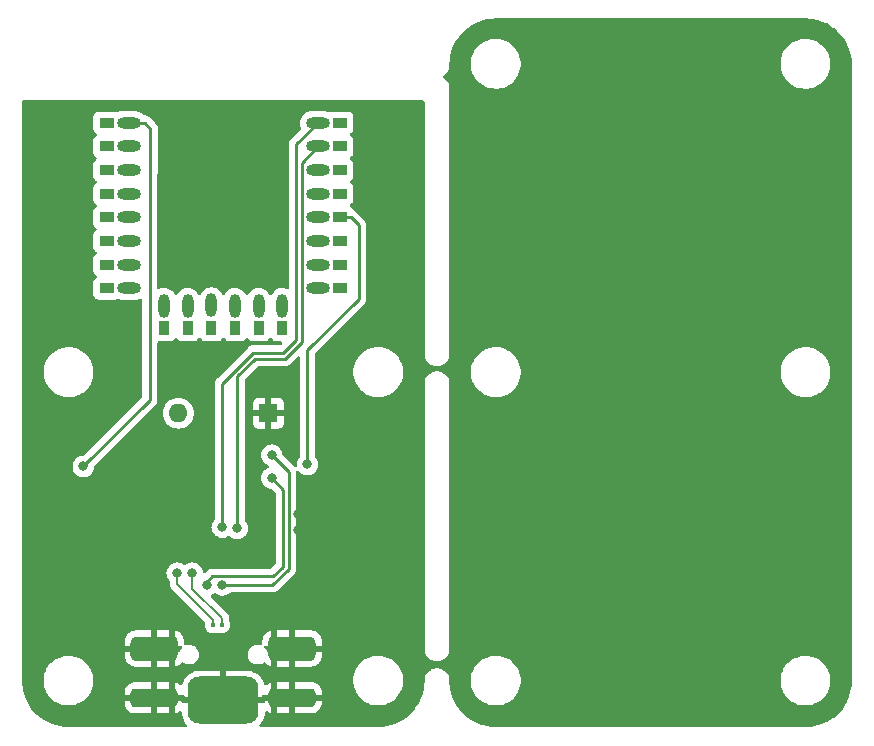
<source format=gbr>
%TF.GenerationSoftware,KiCad,Pcbnew,6.0.11+dfsg-1~bpo11+1*%
%TF.CreationDate,2023-07-13T21:31:00-04:00*%
%TF.ProjectId,ESP12,45535031-322e-46b6-9963-61645f706362,rev?*%
%TF.SameCoordinates,Original*%
%TF.FileFunction,Copper,L2,Bot*%
%TF.FilePolarity,Positive*%
%FSLAX46Y46*%
G04 Gerber Fmt 4.6, Leading zero omitted, Abs format (unit mm)*
G04 Created by KiCad (PCBNEW 6.0.11+dfsg-1~bpo11+1) date 2023-07-13 21:31:00*
%MOMM*%
%LPD*%
G01*
G04 APERTURE LIST*
G04 Aperture macros list*
%AMRoundRect*
0 Rectangle with rounded corners*
0 $1 Rounding radius*
0 $2 $3 $4 $5 $6 $7 $8 $9 X,Y pos of 4 corners*
0 Add a 4 corners polygon primitive as box body*
4,1,4,$2,$3,$4,$5,$6,$7,$8,$9,$2,$3,0*
0 Add four circle primitives for the rounded corners*
1,1,$1+$1,$2,$3*
1,1,$1+$1,$4,$5*
1,1,$1+$1,$6,$7*
1,1,$1+$1,$8,$9*
0 Add four rect primitives between the rounded corners*
20,1,$1+$1,$2,$3,$4,$5,0*
20,1,$1+$1,$4,$5,$6,$7,0*
20,1,$1+$1,$6,$7,$8,$9,0*
20,1,$1+$1,$8,$9,$2,$3,0*%
G04 Aperture macros list end*
%TA.AperFunction,SMDPad,CuDef*%
%ADD10RoundRect,0.525000X-1.475000X-0.525000X1.475000X-0.525000X1.475000X0.525000X-1.475000X0.525000X0*%
%TD*%
%TA.AperFunction,ComponentPad*%
%ADD11O,1.000000X2.100000*%
%TD*%
%TA.AperFunction,SMDPad,CuDef*%
%ADD12RoundRect,0.400000X-1.600000X-0.400000X1.600000X-0.400000X1.600000X0.400000X-1.600000X0.400000X0*%
%TD*%
%TA.AperFunction,ComponentPad*%
%ADD13O,1.000000X1.600000*%
%TD*%
%TA.AperFunction,ComponentPad*%
%ADD14RoundRect,1.000000X2.000000X1.000000X-2.000000X1.000000X-2.000000X-1.000000X2.000000X-1.000000X0*%
%TD*%
%TA.AperFunction,ComponentPad*%
%ADD15R,1.600000X1.600000*%
%TD*%
%TA.AperFunction,ComponentPad*%
%ADD16O,1.600000X1.600000*%
%TD*%
%TA.AperFunction,ComponentPad*%
%ADD17R,1.300000X0.900000*%
%TD*%
%TA.AperFunction,ComponentPad*%
%ADD18O,2.000000X0.950000*%
%TD*%
%TA.AperFunction,ComponentPad*%
%ADD19O,0.950000X2.000000*%
%TD*%
%TA.AperFunction,ComponentPad*%
%ADD20R,0.900000X1.300000*%
%TD*%
%TA.AperFunction,ViaPad*%
%ADD21C,0.800000*%
%TD*%
%TA.AperFunction,ViaPad*%
%ADD22C,0.400000*%
%TD*%
%TA.AperFunction,Conductor*%
%ADD23C,0.250000*%
%TD*%
%TA.AperFunction,Conductor*%
%ADD24C,0.200000*%
%TD*%
G04 APERTURE END LIST*
D10*
%TO.P,J1,S1,SHIELD*%
%TO.N,GND*%
X144153035Y-117429250D03*
D11*
X154320000Y-117417455D03*
D12*
X144153035Y-121597455D03*
D13*
X154320000Y-121597455D03*
X145680000Y-121597455D03*
D11*
X145680000Y-117417455D03*
D12*
X155846965Y-121597455D03*
D14*
X150000000Y-121817455D03*
D10*
X155846965Y-117429250D03*
%TD*%
D15*
%TO.P,SW2,1*%
%TO.N,GND*%
X153810000Y-97500000D03*
D16*
%TO.P,SW2,2*%
%TO.N,mGND*%
X146190000Y-97500000D03*
%TD*%
D17*
%TO.P,Um1,1,~{RST}_(EXT_RSTB)*%
%TO.N,RST*%
X140150000Y-72923046D03*
D18*
X142000000Y-72923046D03*
%TO.P,Um1,2,ADC_(TOUT)*%
%TO.N,unconnected-(Um1-Pad2)*%
X142000000Y-74923046D03*
D17*
X140150000Y-74923046D03*
%TO.P,Um1,3,EN_(CHIP_PU)*%
%TO.N,EN*%
X140150000Y-76923046D03*
D18*
X142000000Y-76923046D03*
D17*
%TO.P,Um1,4,(XPD_DCDC)_GPIO16*%
%TO.N,unconnected-(Um1-Pad4)*%
X140150000Y-78923046D03*
D18*
X142000000Y-78923046D03*
%TO.P,Um1,5,(MTMS)_GPIO14*%
%TO.N,unconnected-(Um1-Pad5)*%
X142000000Y-80923046D03*
D17*
X140150000Y-80923046D03*
%TO.P,Um1,6,(MTDI)_GPIO12*%
%TO.N,unconnected-(Um1-Pad6)*%
X140150000Y-82923046D03*
D18*
X142000000Y-82923046D03*
D17*
%TO.P,Um1,7,(MTCK)_GPIO13*%
%TO.N,unconnected-(Um1-Pad7)*%
X140150000Y-84923046D03*
D18*
X142000000Y-84923046D03*
%TO.P,Um1,8,Vcc*%
%TO.N,+3.3V*%
X142000000Y-86923046D03*
D17*
X140150000Y-86923046D03*
D18*
%TO.P,Um1,9,GND*%
%TO.N,mGND*%
X158000000Y-86923046D03*
D17*
X159850000Y-86923046D03*
%TO.P,Um1,10,(MTDO)_GPIO15*%
%TO.N,io15*%
X159850000Y-84923046D03*
D18*
X158000000Y-84923046D03*
D17*
%TO.P,Um1,11,GPIO2*%
%TO.N,unconnected-(Um1-Pad11)*%
X159850000Y-82923046D03*
D18*
X158000000Y-82923046D03*
D17*
%TO.P,Um1,12,GPIO0*%
%TO.N,io0*%
X159850000Y-80923046D03*
D18*
X158000000Y-80923046D03*
%TO.P,Um1,13,GPIO4*%
%TO.N,unconnected-(Um1-Pad13)*%
X158000000Y-78923046D03*
D17*
X159850000Y-78923046D03*
D18*
%TO.P,Um1,14,GPIO5*%
%TO.N,unconnected-(Um1-Pad14)*%
X158000000Y-76923046D03*
D17*
X159850000Y-76923046D03*
D18*
%TO.P,Um1,15,(U0RXD)_GPIO3*%
%TO.N,RxD*%
X158000000Y-74923046D03*
D17*
X159850000Y-74923046D03*
D18*
%TO.P,Um1,16,(U0TXD)_GPIO1*%
%TO.N,TxD*%
X158000000Y-72923046D03*
D17*
X159850000Y-72923046D03*
D19*
%TO.P,Um1,17,?_(SDIO_CMD)_GPIO11*%
%TO.N,unconnected-(Um1-Pad17)*%
X145000000Y-88408046D03*
D20*
X145000000Y-90258046D03*
D19*
%TO.P,Um1,18,?_(SDIO_DATA_0)_GPIO7*%
%TO.N,unconnected-(Um1-Pad18)*%
X147000000Y-88408046D03*
D20*
X147000000Y-90258046D03*
%TO.P,Um1,19,(SDIO_DATA_2)_GPIO9*%
%TO.N,unconnected-(Um1-Pad19)*%
X149000000Y-90258046D03*
D19*
X149000000Y-88358046D03*
%TO.P,Um1,20,(SDIO_DATA_3)_GPIO10*%
%TO.N,unconnected-(Um1-Pad20)*%
X151000000Y-88408046D03*
D20*
X151000000Y-90258046D03*
D19*
%TO.P,Um1,21,?_(SDIO_DATA_1)_GPIO8*%
%TO.N,unconnected-(Um1-Pad21)*%
X153000000Y-88408046D03*
D20*
X153000000Y-90258046D03*
%TO.P,Um1,22,?_(SDIO_CLK)_GPIO6*%
%TO.N,unconnected-(Um1-Pad22)*%
X155000000Y-90258046D03*
D19*
X155000000Y-88408046D03*
%TD*%
D21*
%TO.N,GND*%
X146557590Y-105773720D03*
X142680000Y-117637455D03*
X136000000Y-110967455D03*
X156300000Y-106015601D03*
X156300000Y-107402273D03*
X157320000Y-117637455D03*
X136450000Y-101590491D03*
%TO.N,RxD*%
X151163498Y-107247455D03*
%TO.N,TxD*%
X149910000Y-107147455D03*
%TO.N,RST*%
X138150000Y-102000000D03*
%TO.N,io0*%
X157119480Y-101846154D03*
%TO.N,DTR*%
X148640000Y-112047455D03*
X154100000Y-102997589D03*
%TO.N,RTS*%
X154100000Y-101050536D03*
X149910000Y-112047455D03*
D22*
%TO.N,UD+*%
X149850000Y-115441595D03*
D21*
X147370000Y-111047455D03*
D22*
%TO.N,UD-*%
X149150000Y-115441595D03*
D21*
X146100000Y-111047455D03*
%TD*%
D23*
%TO.N,RxD*%
X158000000Y-74923046D02*
X156642803Y-76280243D01*
X156642803Y-91453593D02*
X155190416Y-92905980D01*
X155190416Y-92905980D02*
X152650416Y-92905980D01*
X152650416Y-92905980D02*
X151163498Y-94392898D01*
X151163498Y-94392898D02*
X151163498Y-107247455D01*
X156642803Y-76280243D02*
X156642803Y-91453593D01*
%TO.N,TxD*%
X149910000Y-95010000D02*
X149910000Y-107147455D01*
X155080000Y-92380000D02*
X152540000Y-92380000D01*
X158000000Y-72923046D02*
X156192803Y-74730243D01*
X156192803Y-91267197D02*
X155080000Y-92380000D01*
X156192803Y-74730243D02*
X156192803Y-91267197D01*
X152540000Y-92380000D02*
X149910000Y-95010000D01*
%TO.N,RST*%
X143826992Y-77002367D02*
X143776534Y-77052825D01*
X143335724Y-72932662D02*
X143826992Y-73423930D01*
X143776534Y-88443466D02*
X143776534Y-96373466D01*
X143826992Y-73423930D02*
X143826992Y-77002367D01*
X143776534Y-77052825D02*
X143776534Y-88443466D01*
X143776534Y-96373466D02*
X138150000Y-102000000D01*
X142000000Y-72932662D02*
X143335724Y-72932662D01*
%TO.N,io0*%
X161446373Y-81576023D02*
X161446373Y-87812987D01*
X161446373Y-87812987D02*
X157119480Y-92139880D01*
X157119480Y-92139880D02*
X157119480Y-101846154D01*
X160793396Y-80923046D02*
X161446373Y-81576023D01*
X159550000Y-80923046D02*
X160793396Y-80923046D01*
%TO.N,DTR*%
X155080000Y-110487455D02*
X155080000Y-103977589D01*
X154245000Y-111322455D02*
X155080000Y-110487455D01*
X148640000Y-111764455D02*
X149082000Y-111322455D01*
X155080000Y-103977589D02*
X154100000Y-102997589D01*
X149082000Y-111322455D02*
X154245000Y-111322455D01*
X148640000Y-112047455D02*
X148640000Y-111764455D01*
%TO.N,RTS*%
X154100000Y-101050536D02*
X155530000Y-102480536D01*
X154156396Y-112047455D02*
X149910000Y-112047455D01*
X155530000Y-102480536D02*
X155530000Y-110673851D01*
X155530000Y-110673851D02*
X154156396Y-112047455D01*
D24*
%TO.N,UD+*%
X149850000Y-114851769D02*
X149850000Y-115491595D01*
X147370000Y-112371769D02*
X149850000Y-114851769D01*
X147370000Y-111047455D02*
X147370000Y-112371769D01*
%TO.N,UD-*%
X146100000Y-111983382D02*
X146100000Y-111047455D01*
X149150000Y-115033382D02*
X146100000Y-111983382D01*
X149150000Y-115491595D02*
X149150000Y-115033382D01*
%TD*%
%TA.AperFunction,Conductor*%
%TO.N,GND*%
G36*
X199258018Y-64079635D02*
G01*
X199272852Y-64081945D01*
X199272855Y-64081945D01*
X199281724Y-64083326D01*
X199299033Y-64081063D01*
X199301656Y-64080720D01*
X199323810Y-64079791D01*
X199423131Y-64084383D01*
X199645400Y-64094658D01*
X199656988Y-64095732D01*
X200005571Y-64144357D01*
X200017010Y-64146496D01*
X200209843Y-64191849D01*
X200359616Y-64227075D01*
X200370798Y-64230256D01*
X200537661Y-64286183D01*
X200704515Y-64342107D01*
X200715366Y-64346311D01*
X201037329Y-64488469D01*
X201047743Y-64493654D01*
X201074673Y-64508653D01*
X201355231Y-64664921D01*
X201365126Y-64671048D01*
X201655486Y-64869947D01*
X201664773Y-64876960D01*
X201935547Y-65101805D01*
X201944148Y-65109646D01*
X202193018Y-65358513D01*
X202200857Y-65367111D01*
X202340714Y-65535532D01*
X202425706Y-65637882D01*
X202432720Y-65647170D01*
X202631623Y-65937527D01*
X202637750Y-65947422D01*
X202809015Y-66254894D01*
X202814201Y-66265307D01*
X202911680Y-66486071D01*
X202956370Y-66587281D01*
X202960573Y-66598130D01*
X203005229Y-66731360D01*
X203072425Y-66931841D01*
X203075610Y-66943035D01*
X203078750Y-66956383D01*
X203156195Y-67285639D01*
X203156196Y-67285645D01*
X203158333Y-67297079D01*
X203198150Y-67582490D01*
X203206962Y-67645656D01*
X203208036Y-67657244D01*
X203222552Y-67971107D01*
X203221187Y-67996311D01*
X203219310Y-68008367D01*
X203222321Y-68031389D01*
X203223437Y-68039924D01*
X203224501Y-68056263D01*
X203224500Y-120090092D01*
X203223000Y-120109476D01*
X203220789Y-120123680D01*
X203219309Y-120133183D01*
X203220473Y-120142084D01*
X203220473Y-120142089D01*
X203221915Y-120153112D01*
X203222845Y-120175268D01*
X203207980Y-120496855D01*
X203206906Y-120508442D01*
X203198098Y-120571589D01*
X203158284Y-120857023D01*
X203156145Y-120868463D01*
X203094294Y-121131445D01*
X203075569Y-121211060D01*
X203072386Y-121222245D01*
X203012363Y-121401334D01*
X202960540Y-121555954D01*
X202956337Y-121566803D01*
X202885255Y-121727792D01*
X202814173Y-121888777D01*
X202808985Y-121899195D01*
X202782244Y-121947205D01*
X202714875Y-122068156D01*
X202637729Y-122206659D01*
X202631603Y-122216553D01*
X202610192Y-122247809D01*
X202432700Y-122506914D01*
X202425689Y-122516199D01*
X202425678Y-122516212D01*
X202200842Y-122786969D01*
X202193001Y-122795570D01*
X201944136Y-123044432D01*
X201935535Y-123052273D01*
X201664759Y-123277119D01*
X201655471Y-123284132D01*
X201365120Y-123483023D01*
X201355228Y-123489148D01*
X201074605Y-123645450D01*
X201047753Y-123660406D01*
X201037340Y-123665591D01*
X200715364Y-123807753D01*
X200704511Y-123811957D01*
X200370810Y-123923796D01*
X200359616Y-123926981D01*
X200017006Y-124007556D01*
X200005565Y-124009694D01*
X199799442Y-124038443D01*
X199656992Y-124058311D01*
X199645418Y-124059383D01*
X199330954Y-124073916D01*
X199305751Y-124072548D01*
X199294288Y-124070763D01*
X199285385Y-124071927D01*
X199285384Y-124071927D01*
X199262713Y-124074891D01*
X199246379Y-124075954D01*
X173121367Y-124075954D01*
X173101982Y-124074454D01*
X173087148Y-124072144D01*
X173087145Y-124072144D01*
X173078276Y-124070763D01*
X173064624Y-124072548D01*
X173058344Y-124073369D01*
X173036190Y-124074298D01*
X173016095Y-124073369D01*
X172936869Y-124069706D01*
X172714600Y-124059431D01*
X172703012Y-124058357D01*
X172354430Y-124009732D01*
X172342991Y-124007593D01*
X172045825Y-123937701D01*
X172000386Y-123927014D01*
X171989204Y-123923833D01*
X171822341Y-123867906D01*
X171655487Y-123811982D01*
X171644636Y-123807778D01*
X171322673Y-123665620D01*
X171312259Y-123660436D01*
X171182958Y-123588416D01*
X171004773Y-123489168D01*
X170994878Y-123483041D01*
X170704519Y-123284143D01*
X170695232Y-123277130D01*
X170692146Y-123274567D01*
X170424456Y-123052283D01*
X170415856Y-123044443D01*
X170166983Y-122795572D01*
X170159143Y-122786971D01*
X169934304Y-122516212D01*
X169927290Y-122506925D01*
X169927283Y-122506914D01*
X169728384Y-122216562D01*
X169722257Y-122206667D01*
X169642492Y-122063465D01*
X169550990Y-121899190D01*
X169545804Y-121888777D01*
X169531301Y-121855930D01*
X169403637Y-121566805D01*
X169399434Y-121555956D01*
X169287583Y-121222249D01*
X169284398Y-121211055D01*
X169203816Y-120868455D01*
X169201678Y-120857015D01*
X169153047Y-120508423D01*
X169151973Y-120496834D01*
X169149156Y-120435903D01*
X169141584Y-120272158D01*
X170962743Y-120272158D01*
X170963302Y-120276402D01*
X170963302Y-120276406D01*
X170967790Y-120310497D01*
X171000268Y-120557189D01*
X171001401Y-120561329D01*
X171001401Y-120561331D01*
X171004207Y-120571589D01*
X171076129Y-120834491D01*
X171077813Y-120838439D01*
X171167648Y-121049052D01*
X171188923Y-121098931D01*
X171259424Y-121216730D01*
X171334268Y-121341784D01*
X171336561Y-121345616D01*
X171516313Y-121569983D01*
X171724851Y-121767878D01*
X171958317Y-121935641D01*
X171962112Y-121937650D01*
X171962113Y-121937651D01*
X171983869Y-121949170D01*
X172212392Y-122070167D01*
X172482373Y-122168966D01*
X172763264Y-122230210D01*
X172791841Y-122232459D01*
X172986282Y-122247762D01*
X172986291Y-122247762D01*
X172988739Y-122247955D01*
X173144271Y-122247955D01*
X173146407Y-122247809D01*
X173146418Y-122247809D01*
X173354548Y-122233620D01*
X173354554Y-122233619D01*
X173358825Y-122233328D01*
X173363020Y-122232459D01*
X173363022Y-122232459D01*
X173499584Y-122204178D01*
X173640342Y-122175029D01*
X173911343Y-122079062D01*
X174166812Y-121947205D01*
X174170313Y-121944744D01*
X174170317Y-121944742D01*
X174300673Y-121853126D01*
X174402023Y-121781896D01*
X174612622Y-121586195D01*
X174794713Y-121363723D01*
X174944927Y-121118597D01*
X175060483Y-120855353D01*
X175139244Y-120578861D01*
X175172087Y-120348090D01*
X175179146Y-120298491D01*
X175179146Y-120298489D01*
X175179751Y-120294239D01*
X175179776Y-120289648D01*
X175179868Y-120272158D01*
X197178743Y-120272158D01*
X197179302Y-120276402D01*
X197179302Y-120276406D01*
X197183790Y-120310497D01*
X197216268Y-120557189D01*
X197217401Y-120561329D01*
X197217401Y-120561331D01*
X197220207Y-120571589D01*
X197292129Y-120834491D01*
X197293813Y-120838439D01*
X197383648Y-121049052D01*
X197404923Y-121098931D01*
X197475424Y-121216730D01*
X197550268Y-121341784D01*
X197552561Y-121345616D01*
X197732313Y-121569983D01*
X197940851Y-121767878D01*
X198174317Y-121935641D01*
X198178112Y-121937650D01*
X198178113Y-121937651D01*
X198199869Y-121949170D01*
X198428392Y-122070167D01*
X198698373Y-122168966D01*
X198979264Y-122230210D01*
X199007841Y-122232459D01*
X199202282Y-122247762D01*
X199202291Y-122247762D01*
X199204739Y-122247955D01*
X199360271Y-122247955D01*
X199362407Y-122247809D01*
X199362418Y-122247809D01*
X199570548Y-122233620D01*
X199570554Y-122233619D01*
X199574825Y-122233328D01*
X199579020Y-122232459D01*
X199579022Y-122232459D01*
X199715584Y-122204178D01*
X199856342Y-122175029D01*
X200127343Y-122079062D01*
X200382812Y-121947205D01*
X200386313Y-121944744D01*
X200386317Y-121944742D01*
X200516673Y-121853126D01*
X200618023Y-121781896D01*
X200828622Y-121586195D01*
X201010713Y-121363723D01*
X201160927Y-121118597D01*
X201276483Y-120855353D01*
X201355244Y-120578861D01*
X201388087Y-120348090D01*
X201395146Y-120298491D01*
X201395146Y-120298489D01*
X201395751Y-120294239D01*
X201395776Y-120289648D01*
X201397235Y-120011038D01*
X201397235Y-120011031D01*
X201397257Y-120006752D01*
X201390091Y-119952316D01*
X201380190Y-119877115D01*
X201359732Y-119721721D01*
X201283871Y-119444419D01*
X201226304Y-119309455D01*
X201172763Y-119183931D01*
X201172761Y-119183927D01*
X201171077Y-119179979D01*
X201055683Y-118987170D01*
X201025643Y-118936976D01*
X201025640Y-118936972D01*
X201023439Y-118933294D01*
X200843687Y-118708927D01*
X200681073Y-118554612D01*
X200638258Y-118513982D01*
X200638255Y-118513980D01*
X200635149Y-118511032D01*
X200401683Y-118343269D01*
X200379843Y-118331705D01*
X200356654Y-118319427D01*
X200147608Y-118208743D01*
X199877627Y-118109944D01*
X199596736Y-118048700D01*
X199565685Y-118046256D01*
X199373718Y-118031148D01*
X199373709Y-118031148D01*
X199371261Y-118030955D01*
X199215729Y-118030955D01*
X199213593Y-118031101D01*
X199213582Y-118031101D01*
X199005452Y-118045290D01*
X199005446Y-118045291D01*
X199001175Y-118045582D01*
X198996980Y-118046451D01*
X198996978Y-118046451D01*
X198860622Y-118074689D01*
X198719658Y-118103881D01*
X198448657Y-118199848D01*
X198444848Y-118201814D01*
X198246930Y-118303967D01*
X198193188Y-118331705D01*
X198189687Y-118334166D01*
X198189683Y-118334168D01*
X198179867Y-118341067D01*
X197957977Y-118497014D01*
X197942892Y-118511032D01*
X197774527Y-118667487D01*
X197747378Y-118692715D01*
X197565287Y-118915187D01*
X197415073Y-119160313D01*
X197413347Y-119164246D01*
X197413346Y-119164247D01*
X197354419Y-119298487D01*
X197299517Y-119423557D01*
X197220756Y-119700049D01*
X197190485Y-119912751D01*
X197187062Y-119936803D01*
X197180249Y-119984671D01*
X197180227Y-119988960D01*
X197180226Y-119988967D01*
X197178765Y-120267872D01*
X197178743Y-120272158D01*
X175179868Y-120272158D01*
X175181235Y-120011038D01*
X175181235Y-120011031D01*
X175181257Y-120006752D01*
X175174091Y-119952316D01*
X175164190Y-119877115D01*
X175143732Y-119721721D01*
X175067871Y-119444419D01*
X175010304Y-119309455D01*
X174956763Y-119183931D01*
X174956761Y-119183927D01*
X174955077Y-119179979D01*
X174839683Y-118987170D01*
X174809643Y-118936976D01*
X174809640Y-118936972D01*
X174807439Y-118933294D01*
X174627687Y-118708927D01*
X174465073Y-118554612D01*
X174422258Y-118513982D01*
X174422255Y-118513980D01*
X174419149Y-118511032D01*
X174185683Y-118343269D01*
X174163843Y-118331705D01*
X174140654Y-118319427D01*
X173931608Y-118208743D01*
X173661627Y-118109944D01*
X173380736Y-118048700D01*
X173349685Y-118046256D01*
X173157718Y-118031148D01*
X173157709Y-118031148D01*
X173155261Y-118030955D01*
X172999729Y-118030955D01*
X172997593Y-118031101D01*
X172997582Y-118031101D01*
X172789452Y-118045290D01*
X172789446Y-118045291D01*
X172785175Y-118045582D01*
X172780980Y-118046451D01*
X172780978Y-118046451D01*
X172644622Y-118074689D01*
X172503658Y-118103881D01*
X172232657Y-118199848D01*
X172228848Y-118201814D01*
X172030930Y-118303967D01*
X171977188Y-118331705D01*
X171973687Y-118334166D01*
X171973683Y-118334168D01*
X171963867Y-118341067D01*
X171741977Y-118497014D01*
X171726892Y-118511032D01*
X171558527Y-118667487D01*
X171531378Y-118692715D01*
X171349287Y-118915187D01*
X171199073Y-119160313D01*
X171197347Y-119164246D01*
X171197346Y-119164247D01*
X171138419Y-119298487D01*
X171083517Y-119423557D01*
X171004756Y-119700049D01*
X170974485Y-119912751D01*
X170971062Y-119936803D01*
X170964249Y-119984671D01*
X170964227Y-119988960D01*
X170964226Y-119988967D01*
X170962765Y-120267872D01*
X170962743Y-120272158D01*
X169141584Y-120272158D01*
X169137630Y-120186664D01*
X169139241Y-120159942D01*
X169139767Y-120156815D01*
X169140576Y-120152006D01*
X169140649Y-120145992D01*
X169140691Y-120145724D01*
X169140656Y-120145455D01*
X169140729Y-120139454D01*
X169139048Y-120127720D01*
X169138317Y-120121506D01*
X169122640Y-119952326D01*
X169122638Y-119952314D01*
X169122101Y-119946521D01*
X169117006Y-119928612D01*
X169070669Y-119765758D01*
X169069076Y-119760158D01*
X168982710Y-119586711D01*
X168865944Y-119432088D01*
X168722754Y-119301553D01*
X168717806Y-119298490D01*
X168717803Y-119298487D01*
X168631249Y-119244895D01*
X168558016Y-119199551D01*
X168447291Y-119156656D01*
X168382767Y-119131659D01*
X168382763Y-119131658D01*
X168377340Y-119129557D01*
X168186880Y-119093954D01*
X167993120Y-119093954D01*
X167802660Y-119129557D01*
X167797237Y-119131658D01*
X167797233Y-119131659D01*
X167732709Y-119156656D01*
X167621984Y-119199551D01*
X167548751Y-119244895D01*
X167462197Y-119298487D01*
X167462194Y-119298490D01*
X167457246Y-119301553D01*
X167314056Y-119432088D01*
X167197290Y-119586711D01*
X167110924Y-119760158D01*
X167109331Y-119765758D01*
X167062995Y-119928612D01*
X167057899Y-119946521D01*
X167043879Y-120097829D01*
X167042865Y-120108768D01*
X167041901Y-120116531D01*
X167039309Y-120133178D01*
X167039309Y-120133183D01*
X167040066Y-120138968D01*
X167040021Y-120139454D01*
X167040129Y-120139454D01*
X167041676Y-120151283D01*
X167041915Y-120153112D01*
X167042845Y-120175269D01*
X167027980Y-120496859D01*
X167026906Y-120508444D01*
X167021430Y-120547710D01*
X166978284Y-120857032D01*
X166976146Y-120868469D01*
X166895573Y-121211060D01*
X166895572Y-121211063D01*
X166892387Y-121222257D01*
X166780535Y-121555985D01*
X166776331Y-121566837D01*
X166634184Y-121888777D01*
X166634178Y-121888790D01*
X166628993Y-121899203D01*
X166544193Y-122051453D01*
X166457730Y-122206686D01*
X166451603Y-122216582D01*
X166430212Y-122247809D01*
X166257566Y-122499845D01*
X166252702Y-122506945D01*
X166245689Y-122516232D01*
X166020843Y-122787007D01*
X166013002Y-122795608D01*
X165764137Y-123044476D01*
X165755536Y-123052317D01*
X165484767Y-123277163D01*
X165475479Y-123284177D01*
X165185116Y-123483081D01*
X165175222Y-123489207D01*
X164867739Y-123660476D01*
X164857340Y-123665654D01*
X164535355Y-123807825D01*
X164524523Y-123812021D01*
X164190938Y-123923829D01*
X164190804Y-123923874D01*
X164179614Y-123927058D01*
X164134363Y-123937701D01*
X163837011Y-124007638D01*
X163825570Y-124009777D01*
X163477311Y-124058357D01*
X163476988Y-124058402D01*
X163465399Y-124059476D01*
X163151441Y-124073991D01*
X163126241Y-124072625D01*
X163123155Y-124072145D01*
X163123152Y-124072145D01*
X163114276Y-124070763D01*
X163105374Y-124071927D01*
X163105372Y-124071927D01*
X163094347Y-124073369D01*
X163082714Y-124074890D01*
X163066379Y-124075954D01*
X153181868Y-124075954D01*
X153113747Y-124055952D01*
X153067254Y-124002296D01*
X153057150Y-123932022D01*
X153085914Y-123868291D01*
X153223780Y-123706298D01*
X153229688Y-123698107D01*
X153350148Y-123499204D01*
X153354668Y-123490178D01*
X153441781Y-123274567D01*
X153444797Y-123264943D01*
X153496378Y-123037903D01*
X153497780Y-123028471D01*
X153507839Y-122888145D01*
X153507868Y-122887340D01*
X154574000Y-122887340D01*
X154578475Y-122902579D01*
X154579865Y-122903784D01*
X154587548Y-122905455D01*
X155574850Y-122905455D01*
X155590089Y-122900980D01*
X155591294Y-122899590D01*
X155592965Y-122891907D01*
X155592965Y-122887340D01*
X156100965Y-122887340D01*
X156105440Y-122902579D01*
X156106830Y-122903784D01*
X156114513Y-122905455D01*
X157508050Y-122905455D01*
X157512975Y-122905262D01*
X157584034Y-122899669D01*
X157595368Y-122897722D01*
X157767782Y-122851524D01*
X157780035Y-122846820D01*
X157938340Y-122766160D01*
X157949355Y-122759007D01*
X158087424Y-122647200D01*
X158096710Y-122637914D01*
X158208517Y-122499845D01*
X158215670Y-122488830D01*
X158296330Y-122330525D01*
X158301034Y-122318272D01*
X158347232Y-122145858D01*
X158349179Y-122134524D01*
X158354772Y-122063465D01*
X158354965Y-122058540D01*
X158354965Y-121869570D01*
X158350490Y-121854331D01*
X158349100Y-121853126D01*
X158341417Y-121851455D01*
X156119080Y-121851455D01*
X156103841Y-121855930D01*
X156102636Y-121857320D01*
X156100965Y-121865003D01*
X156100965Y-122887340D01*
X155592965Y-122887340D01*
X155592965Y-121869570D01*
X155588490Y-121854331D01*
X155587100Y-121853126D01*
X155579417Y-121851455D01*
X154592115Y-121851455D01*
X154576876Y-121855930D01*
X154575671Y-121857320D01*
X154574000Y-121865003D01*
X154574000Y-122887340D01*
X153507868Y-122887340D01*
X153508000Y-122883632D01*
X153508000Y-122831595D01*
X153528002Y-122763474D01*
X153581658Y-122716981D01*
X153651932Y-122706877D01*
X153713295Y-122733675D01*
X153744581Y-122759010D01*
X153755590Y-122766160D01*
X153913895Y-122846820D01*
X153926148Y-122851524D01*
X154048503Y-122884309D01*
X154062599Y-122883973D01*
X154066000Y-122876031D01*
X154066000Y-121869570D01*
X154061525Y-121854331D01*
X154060135Y-121853126D01*
X154052452Y-121851455D01*
X153566115Y-121851455D01*
X153550876Y-121855930D01*
X153549671Y-121857320D01*
X153548000Y-121865003D01*
X153548000Y-121945455D01*
X153527998Y-122013576D01*
X153474342Y-122060069D01*
X153422000Y-122071455D01*
X146578000Y-122071455D01*
X146509879Y-122051453D01*
X146463386Y-121997797D01*
X146452000Y-121945455D01*
X146452000Y-121869570D01*
X146447525Y-121854331D01*
X146446135Y-121853126D01*
X146438452Y-121851455D01*
X145952115Y-121851455D01*
X145936876Y-121855930D01*
X145935671Y-121857320D01*
X145934000Y-121865003D01*
X145934000Y-122870882D01*
X145937973Y-122884413D01*
X145946522Y-122885642D01*
X146073852Y-122851524D01*
X146086105Y-122846820D01*
X146244410Y-122766160D01*
X146255419Y-122759010D01*
X146286705Y-122733675D01*
X146352232Y-122706349D01*
X146422130Y-122718788D01*
X146474208Y-122767042D01*
X146492000Y-122831595D01*
X146492000Y-122883632D01*
X146492161Y-122888145D01*
X146502220Y-123028471D01*
X146503622Y-123037903D01*
X146555203Y-123264943D01*
X146558219Y-123274567D01*
X146645332Y-123490178D01*
X146649852Y-123499204D01*
X146770312Y-123698107D01*
X146776220Y-123706298D01*
X146914086Y-123868291D01*
X146943004Y-123933131D01*
X146932276Y-124003313D01*
X146885308Y-124056553D01*
X146818132Y-124075954D01*
X136941367Y-124075954D01*
X136921982Y-124074454D01*
X136907148Y-124072144D01*
X136907145Y-124072144D01*
X136898276Y-124070763D01*
X136884624Y-124072548D01*
X136878344Y-124073369D01*
X136856190Y-124074298D01*
X136534604Y-124059431D01*
X136523016Y-124058357D01*
X136174439Y-124009732D01*
X136162999Y-124007593D01*
X135865840Y-123937701D01*
X135820399Y-123927013D01*
X135809208Y-123923829D01*
X135809110Y-123923796D01*
X135475494Y-123811979D01*
X135464662Y-123807783D01*
X135142681Y-123665613D01*
X135132278Y-123660433D01*
X134824790Y-123489162D01*
X134814906Y-123483041D01*
X134524549Y-123284140D01*
X134515263Y-123277128D01*
X134500590Y-123264943D01*
X134244495Y-123052283D01*
X134235894Y-123044442D01*
X133987032Y-122795577D01*
X133979192Y-122786976D01*
X133754348Y-122516204D01*
X133747334Y-122506917D01*
X133548436Y-122216558D01*
X133542309Y-122206662D01*
X133425974Y-121997797D01*
X133371048Y-121899183D01*
X133365872Y-121888790D01*
X133223700Y-121566794D01*
X133219504Y-121555959D01*
X133107659Y-121222252D01*
X133104474Y-121211058D01*
X133054941Y-121000448D01*
X133023898Y-120868455D01*
X133021761Y-120857023D01*
X133000707Y-120706080D01*
X132973140Y-120508440D01*
X132972066Y-120496857D01*
X132970822Y-120469932D01*
X132963395Y-120309268D01*
X132961680Y-120272158D01*
X134782743Y-120272158D01*
X134783302Y-120276402D01*
X134783302Y-120276406D01*
X134787790Y-120310497D01*
X134820268Y-120557189D01*
X134821401Y-120561329D01*
X134821401Y-120561331D01*
X134824207Y-120571589D01*
X134896129Y-120834491D01*
X134897813Y-120838439D01*
X134987648Y-121049052D01*
X135008923Y-121098931D01*
X135079424Y-121216730D01*
X135154268Y-121341784D01*
X135156561Y-121345616D01*
X135336313Y-121569983D01*
X135544851Y-121767878D01*
X135778317Y-121935641D01*
X135782112Y-121937650D01*
X135782113Y-121937651D01*
X135803869Y-121949170D01*
X136032392Y-122070167D01*
X136302373Y-122168966D01*
X136583264Y-122230210D01*
X136611841Y-122232459D01*
X136806282Y-122247762D01*
X136806291Y-122247762D01*
X136808739Y-122247955D01*
X136964271Y-122247955D01*
X136966407Y-122247809D01*
X136966418Y-122247809D01*
X137174548Y-122233620D01*
X137174554Y-122233619D01*
X137178825Y-122233328D01*
X137183020Y-122232459D01*
X137183022Y-122232459D01*
X137319584Y-122204178D01*
X137460342Y-122175029D01*
X137731343Y-122079062D01*
X137771104Y-122058540D01*
X141645035Y-122058540D01*
X141645228Y-122063465D01*
X141650821Y-122134524D01*
X141652768Y-122145858D01*
X141698966Y-122318272D01*
X141703670Y-122330525D01*
X141784330Y-122488830D01*
X141791483Y-122499845D01*
X141903290Y-122637914D01*
X141912576Y-122647200D01*
X142050645Y-122759007D01*
X142061660Y-122766160D01*
X142219965Y-122846820D01*
X142232218Y-122851524D01*
X142404632Y-122897722D01*
X142415966Y-122899669D01*
X142487025Y-122905262D01*
X142491950Y-122905455D01*
X143880920Y-122905455D01*
X143896159Y-122900980D01*
X143897364Y-122899590D01*
X143899035Y-122891907D01*
X143899035Y-122887340D01*
X144407035Y-122887340D01*
X144411510Y-122902579D01*
X144412900Y-122903784D01*
X144420583Y-122905455D01*
X145407885Y-122905455D01*
X145423124Y-122900980D01*
X145424329Y-122899590D01*
X145426000Y-122891907D01*
X145426000Y-121869570D01*
X145421525Y-121854331D01*
X145420135Y-121853126D01*
X145412452Y-121851455D01*
X144425150Y-121851455D01*
X144409911Y-121855930D01*
X144408706Y-121857320D01*
X144407035Y-121865003D01*
X144407035Y-122887340D01*
X143899035Y-122887340D01*
X143899035Y-121869570D01*
X143894560Y-121854331D01*
X143893170Y-121853126D01*
X143885487Y-121851455D01*
X141663150Y-121851455D01*
X141647911Y-121855930D01*
X141646706Y-121857320D01*
X141645035Y-121865003D01*
X141645035Y-122058540D01*
X137771104Y-122058540D01*
X137986812Y-121947205D01*
X137990313Y-121944744D01*
X137990317Y-121944742D01*
X138120673Y-121853126D01*
X138222023Y-121781896D01*
X138432622Y-121586195D01*
X138614713Y-121363723D01*
X138638234Y-121325340D01*
X141645035Y-121325340D01*
X141649510Y-121340579D01*
X141650900Y-121341784D01*
X141658583Y-121343455D01*
X143880920Y-121343455D01*
X143896159Y-121338980D01*
X143897364Y-121337590D01*
X143899035Y-121329907D01*
X143899035Y-121325340D01*
X144407035Y-121325340D01*
X144411510Y-121340579D01*
X144412900Y-121341784D01*
X144420583Y-121343455D01*
X145407885Y-121343455D01*
X145423124Y-121338980D01*
X145424329Y-121337590D01*
X145426000Y-121329907D01*
X145426000Y-121325340D01*
X145934000Y-121325340D01*
X145938475Y-121340579D01*
X145939865Y-121341784D01*
X145947548Y-121343455D01*
X146602000Y-121343455D01*
X146670121Y-121363457D01*
X146716614Y-121417113D01*
X146728000Y-121469455D01*
X146728000Y-121545340D01*
X146732475Y-121560579D01*
X146733865Y-121561784D01*
X146741548Y-121563455D01*
X149727885Y-121563455D01*
X149743124Y-121558980D01*
X149744329Y-121557590D01*
X149746000Y-121549907D01*
X149746000Y-121545340D01*
X150254000Y-121545340D01*
X150258475Y-121560579D01*
X150259865Y-121561784D01*
X150267548Y-121563455D01*
X153253885Y-121563455D01*
X153269124Y-121558980D01*
X153270329Y-121557590D01*
X153272000Y-121549907D01*
X153272000Y-121469455D01*
X153292002Y-121401334D01*
X153345658Y-121354841D01*
X153398000Y-121343455D01*
X154047885Y-121343455D01*
X154063124Y-121338980D01*
X154064329Y-121337590D01*
X154066000Y-121329907D01*
X154066000Y-121325340D01*
X154574000Y-121325340D01*
X154578475Y-121340579D01*
X154579865Y-121341784D01*
X154587548Y-121343455D01*
X155574850Y-121343455D01*
X155590089Y-121338980D01*
X155591294Y-121337590D01*
X155592965Y-121329907D01*
X155592965Y-121325340D01*
X156100965Y-121325340D01*
X156105440Y-121340579D01*
X156106830Y-121341784D01*
X156114513Y-121343455D01*
X158336850Y-121343455D01*
X158352089Y-121338980D01*
X158353294Y-121337590D01*
X158354965Y-121329907D01*
X158354965Y-121136371D01*
X158354772Y-121131445D01*
X158349179Y-121060386D01*
X158347232Y-121049052D01*
X158301034Y-120876638D01*
X158296330Y-120864385D01*
X158215670Y-120706080D01*
X158208517Y-120695065D01*
X158096710Y-120556996D01*
X158087424Y-120547710D01*
X157949355Y-120435903D01*
X157938340Y-120428750D01*
X157780035Y-120348090D01*
X157767782Y-120343386D01*
X157595368Y-120297188D01*
X157584034Y-120295241D01*
X157512975Y-120289648D01*
X157508049Y-120289455D01*
X156119080Y-120289455D01*
X156103841Y-120293930D01*
X156102636Y-120295320D01*
X156100965Y-120303003D01*
X156100965Y-121325340D01*
X155592965Y-121325340D01*
X155592965Y-120307570D01*
X155588490Y-120292331D01*
X155587100Y-120291126D01*
X155579417Y-120289455D01*
X154592115Y-120289455D01*
X154576876Y-120293930D01*
X154575671Y-120295320D01*
X154574000Y-120303003D01*
X154574000Y-121325340D01*
X154066000Y-121325340D01*
X154066000Y-120324028D01*
X154062027Y-120310497D01*
X154053478Y-120309268D01*
X153926148Y-120343386D01*
X153913895Y-120348090D01*
X153755590Y-120428750D01*
X153744581Y-120435900D01*
X153661347Y-120503301D01*
X153595820Y-120530626D01*
X153525921Y-120518186D01*
X153473844Y-120469932D01*
X153459184Y-120433294D01*
X153444798Y-120369970D01*
X153441781Y-120360343D01*
X153406152Y-120272158D01*
X160998743Y-120272158D01*
X160999302Y-120276402D01*
X160999302Y-120276406D01*
X161003790Y-120310497D01*
X161036268Y-120557189D01*
X161037401Y-120561329D01*
X161037401Y-120561331D01*
X161040207Y-120571589D01*
X161112129Y-120834491D01*
X161113813Y-120838439D01*
X161203648Y-121049052D01*
X161224923Y-121098931D01*
X161295424Y-121216730D01*
X161370268Y-121341784D01*
X161372561Y-121345616D01*
X161552313Y-121569983D01*
X161760851Y-121767878D01*
X161994317Y-121935641D01*
X161998112Y-121937650D01*
X161998113Y-121937651D01*
X162019869Y-121949170D01*
X162248392Y-122070167D01*
X162518373Y-122168966D01*
X162799264Y-122230210D01*
X162827841Y-122232459D01*
X163022282Y-122247762D01*
X163022291Y-122247762D01*
X163024739Y-122247955D01*
X163180271Y-122247955D01*
X163182407Y-122247809D01*
X163182418Y-122247809D01*
X163390548Y-122233620D01*
X163390554Y-122233619D01*
X163394825Y-122233328D01*
X163399020Y-122232459D01*
X163399022Y-122232459D01*
X163535584Y-122204178D01*
X163676342Y-122175029D01*
X163947343Y-122079062D01*
X164202812Y-121947205D01*
X164206313Y-121944744D01*
X164206317Y-121944742D01*
X164336673Y-121853126D01*
X164438023Y-121781896D01*
X164648622Y-121586195D01*
X164830713Y-121363723D01*
X164980927Y-121118597D01*
X165096483Y-120855353D01*
X165175244Y-120578861D01*
X165208087Y-120348090D01*
X165215146Y-120298491D01*
X165215146Y-120298489D01*
X165215751Y-120294239D01*
X165215776Y-120289648D01*
X165217235Y-120011038D01*
X165217235Y-120011031D01*
X165217257Y-120006752D01*
X165210091Y-119952316D01*
X165200190Y-119877115D01*
X165179732Y-119721721D01*
X165103871Y-119444419D01*
X165046304Y-119309455D01*
X164992763Y-119183931D01*
X164992761Y-119183927D01*
X164991077Y-119179979D01*
X164875683Y-118987170D01*
X164845643Y-118936976D01*
X164845640Y-118936972D01*
X164843439Y-118933294D01*
X164663687Y-118708927D01*
X164501073Y-118554612D01*
X164458258Y-118513982D01*
X164458255Y-118513980D01*
X164455149Y-118511032D01*
X164221683Y-118343269D01*
X164199843Y-118331705D01*
X164176654Y-118319427D01*
X163967608Y-118208743D01*
X163697627Y-118109944D01*
X163416736Y-118048700D01*
X163385685Y-118046256D01*
X163193718Y-118031148D01*
X163193709Y-118031148D01*
X163191261Y-118030955D01*
X163035729Y-118030955D01*
X163033593Y-118031101D01*
X163033582Y-118031101D01*
X162825452Y-118045290D01*
X162825446Y-118045291D01*
X162821175Y-118045582D01*
X162816980Y-118046451D01*
X162816978Y-118046451D01*
X162680622Y-118074689D01*
X162539658Y-118103881D01*
X162268657Y-118199848D01*
X162264848Y-118201814D01*
X162066930Y-118303967D01*
X162013188Y-118331705D01*
X162009687Y-118334166D01*
X162009683Y-118334168D01*
X161999867Y-118341067D01*
X161777977Y-118497014D01*
X161762892Y-118511032D01*
X161594527Y-118667487D01*
X161567378Y-118692715D01*
X161385287Y-118915187D01*
X161235073Y-119160313D01*
X161233347Y-119164246D01*
X161233346Y-119164247D01*
X161174419Y-119298487D01*
X161119517Y-119423557D01*
X161040756Y-119700049D01*
X161010485Y-119912751D01*
X161007062Y-119936803D01*
X161000249Y-119984671D01*
X161000227Y-119988960D01*
X161000226Y-119988967D01*
X160998765Y-120267872D01*
X160998743Y-120272158D01*
X153406152Y-120272158D01*
X153354668Y-120144732D01*
X153350148Y-120135706D01*
X153229688Y-119936803D01*
X153223780Y-119928612D01*
X153073060Y-119751516D01*
X153065939Y-119744395D01*
X152888843Y-119593675D01*
X152880652Y-119587767D01*
X152681749Y-119467307D01*
X152672723Y-119462787D01*
X152457112Y-119375674D01*
X152447488Y-119372658D01*
X152220448Y-119321077D01*
X152211016Y-119319675D01*
X152070690Y-119309616D01*
X152066177Y-119309455D01*
X150272115Y-119309455D01*
X150256876Y-119313930D01*
X150255671Y-119315320D01*
X150254000Y-119323003D01*
X150254000Y-121545340D01*
X149746000Y-121545340D01*
X149746000Y-119327570D01*
X149741525Y-119312331D01*
X149740135Y-119311126D01*
X149732452Y-119309455D01*
X147933823Y-119309455D01*
X147929310Y-119309616D01*
X147788984Y-119319675D01*
X147779552Y-119321077D01*
X147552512Y-119372658D01*
X147542888Y-119375674D01*
X147327277Y-119462787D01*
X147318251Y-119467307D01*
X147119348Y-119587767D01*
X147111157Y-119593675D01*
X146934061Y-119744395D01*
X146926940Y-119751516D01*
X146776220Y-119928612D01*
X146770312Y-119936803D01*
X146649852Y-120135706D01*
X146645332Y-120144732D01*
X146558219Y-120360343D01*
X146555202Y-120369970D01*
X146540816Y-120433294D01*
X146506219Y-120495291D01*
X146443597Y-120528742D01*
X146372831Y-120523026D01*
X146338653Y-120503301D01*
X146255419Y-120435900D01*
X146244410Y-120428750D01*
X146086105Y-120348090D01*
X146073852Y-120343386D01*
X145951497Y-120310601D01*
X145937401Y-120310937D01*
X145934000Y-120318879D01*
X145934000Y-121325340D01*
X145426000Y-121325340D01*
X145426000Y-120307570D01*
X145421525Y-120292331D01*
X145420135Y-120291126D01*
X145412452Y-120289455D01*
X144425150Y-120289455D01*
X144409911Y-120293930D01*
X144408706Y-120295320D01*
X144407035Y-120303003D01*
X144407035Y-121325340D01*
X143899035Y-121325340D01*
X143899035Y-120307570D01*
X143894560Y-120292331D01*
X143893170Y-120291126D01*
X143885487Y-120289455D01*
X142491951Y-120289455D01*
X142487025Y-120289648D01*
X142415966Y-120295241D01*
X142404632Y-120297188D01*
X142232218Y-120343386D01*
X142219965Y-120348090D01*
X142061660Y-120428750D01*
X142050645Y-120435903D01*
X141912576Y-120547710D01*
X141903290Y-120556996D01*
X141791483Y-120695065D01*
X141784330Y-120706080D01*
X141703670Y-120864385D01*
X141698966Y-120876638D01*
X141652768Y-121049052D01*
X141650821Y-121060386D01*
X141645228Y-121131445D01*
X141645035Y-121136371D01*
X141645035Y-121325340D01*
X138638234Y-121325340D01*
X138764927Y-121118597D01*
X138880483Y-120855353D01*
X138959244Y-120578861D01*
X138992087Y-120348090D01*
X138999146Y-120298491D01*
X138999146Y-120298489D01*
X138999751Y-120294239D01*
X138999776Y-120289648D01*
X139001235Y-120011038D01*
X139001235Y-120011031D01*
X139001257Y-120006752D01*
X138994091Y-119952316D01*
X138984190Y-119877115D01*
X138963732Y-119721721D01*
X138887871Y-119444419D01*
X138830304Y-119309455D01*
X138776763Y-119183931D01*
X138776761Y-119183927D01*
X138775077Y-119179979D01*
X138659683Y-118987170D01*
X138629643Y-118936976D01*
X138629640Y-118936972D01*
X138627439Y-118933294D01*
X138447687Y-118708927D01*
X138285073Y-118554612D01*
X138242258Y-118513982D01*
X138242255Y-118513980D01*
X138239149Y-118511032D01*
X138005683Y-118343269D01*
X137983843Y-118331705D01*
X137960654Y-118319427D01*
X137751608Y-118208743D01*
X137481627Y-118109944D01*
X137212711Y-118051311D01*
X141645035Y-118051311D01*
X141645115Y-118054481D01*
X141646276Y-118063733D01*
X141684175Y-118251693D01*
X141687759Y-118263415D01*
X141760876Y-118439069D01*
X141766673Y-118449879D01*
X141872508Y-118607974D01*
X141880301Y-118617461D01*
X142014824Y-118751984D01*
X142024311Y-118759777D01*
X142182406Y-118865612D01*
X142193216Y-118871409D01*
X142368870Y-118944526D01*
X142380592Y-118948110D01*
X142568552Y-118986009D01*
X142577804Y-118987170D01*
X142580974Y-118987250D01*
X143880920Y-118987250D01*
X143896159Y-118982775D01*
X143897364Y-118981385D01*
X143899035Y-118973702D01*
X143899035Y-118969135D01*
X144407035Y-118969135D01*
X144411510Y-118984374D01*
X144412900Y-118985579D01*
X144420583Y-118987250D01*
X145407885Y-118987250D01*
X145423124Y-118982775D01*
X145424329Y-118981385D01*
X145426000Y-118973702D01*
X145426000Y-118969135D01*
X154574000Y-118969135D01*
X154578475Y-118984374D01*
X154579865Y-118985579D01*
X154587548Y-118987250D01*
X155574850Y-118987250D01*
X155590089Y-118982775D01*
X155591294Y-118981385D01*
X155592965Y-118973702D01*
X155592965Y-118969135D01*
X156100965Y-118969135D01*
X156105440Y-118984374D01*
X156106830Y-118985579D01*
X156114513Y-118987250D01*
X157419026Y-118987250D01*
X157422196Y-118987170D01*
X157431448Y-118986009D01*
X157619408Y-118948110D01*
X157631130Y-118944526D01*
X157806784Y-118871409D01*
X157817594Y-118865612D01*
X157975689Y-118759777D01*
X157985176Y-118751984D01*
X158119699Y-118617461D01*
X158127492Y-118607974D01*
X158233327Y-118449879D01*
X158239124Y-118439069D01*
X158312241Y-118263415D01*
X158315825Y-118251693D01*
X158353724Y-118063733D01*
X158354885Y-118054481D01*
X158354965Y-118051311D01*
X158354965Y-117701365D01*
X158350490Y-117686126D01*
X158349100Y-117684921D01*
X158341417Y-117683250D01*
X156119080Y-117683250D01*
X156103841Y-117687725D01*
X156102636Y-117689115D01*
X156100965Y-117696798D01*
X156100965Y-118969135D01*
X155592965Y-118969135D01*
X155592965Y-117701365D01*
X155588490Y-117686126D01*
X155587100Y-117684921D01*
X155579417Y-117683250D01*
X154592115Y-117683250D01*
X154576876Y-117687725D01*
X154575671Y-117689115D01*
X154574000Y-117696798D01*
X154574000Y-118969135D01*
X145426000Y-118969135D01*
X145426000Y-118927743D01*
X145934000Y-118927743D01*
X145937973Y-118941274D01*
X145943206Y-118942026D01*
X145947094Y-118940408D01*
X145959934Y-118935862D01*
X146053515Y-118908319D01*
X146064892Y-118903722D01*
X146229154Y-118817848D01*
X146239415Y-118811134D01*
X146383873Y-118694987D01*
X146392632Y-118686409D01*
X146437000Y-118633534D01*
X146496110Y-118594207D01*
X146567098Y-118593081D01*
X146610048Y-118614427D01*
X146675678Y-118664605D01*
X146743078Y-118696034D01*
X146833631Y-118738260D01*
X146833634Y-118738261D01*
X146839808Y-118741140D01*
X146846456Y-118742626D01*
X146846459Y-118742627D01*
X146952421Y-118766312D01*
X147016543Y-118780645D01*
X147022088Y-118780955D01*
X147155244Y-118780955D01*
X147290037Y-118766312D01*
X147408190Y-118726549D01*
X147455204Y-118710727D01*
X147455206Y-118710726D01*
X147461675Y-118708549D01*
X147616905Y-118615278D01*
X147621862Y-118610590D01*
X147621865Y-118610588D01*
X147743527Y-118495537D01*
X147743529Y-118495535D01*
X147748485Y-118490848D01*
X147752317Y-118485210D01*
X147752320Y-118485206D01*
X147846442Y-118346710D01*
X147850277Y-118341067D01*
X147917530Y-118172921D01*
X147918644Y-118166193D01*
X147918645Y-118166189D01*
X147945993Y-118000994D01*
X147945993Y-118000991D01*
X147947108Y-117994257D01*
X147942203Y-117900653D01*
X152052892Y-117900653D01*
X152053249Y-117907470D01*
X152053249Y-117907474D01*
X152059731Y-118031148D01*
X152062370Y-118081502D01*
X152064181Y-118088075D01*
X152064181Y-118088078D01*
X152097418Y-118208743D01*
X152110461Y-118256096D01*
X152194922Y-118416291D01*
X152199327Y-118421504D01*
X152199330Y-118421508D01*
X152307406Y-118549398D01*
X152307410Y-118549402D01*
X152311813Y-118554612D01*
X152317237Y-118558759D01*
X152317238Y-118558760D01*
X152450257Y-118660461D01*
X152450261Y-118660464D01*
X152455678Y-118664605D01*
X152523078Y-118696034D01*
X152613631Y-118738260D01*
X152613634Y-118738261D01*
X152619808Y-118741140D01*
X152626456Y-118742626D01*
X152626459Y-118742627D01*
X152732421Y-118766312D01*
X152796543Y-118780645D01*
X152802088Y-118780955D01*
X152935244Y-118780955D01*
X153070037Y-118766312D01*
X153188190Y-118726549D01*
X153235204Y-118710727D01*
X153235206Y-118710726D01*
X153241675Y-118708549D01*
X153393651Y-118617233D01*
X153393654Y-118617232D01*
X153396905Y-118615278D01*
X153397255Y-118615861D01*
X153458917Y-118592390D01*
X153528391Y-118607016D01*
X153566391Y-118638370D01*
X153597397Y-118676388D01*
X153606041Y-118685092D01*
X153748856Y-118803239D01*
X153759027Y-118810099D01*
X153922076Y-118898259D01*
X153933378Y-118903010D01*
X154043509Y-118937102D01*
X154048117Y-118938770D01*
X154063294Y-118940428D01*
X154066000Y-118935884D01*
X154066000Y-117701365D01*
X154061525Y-117686126D01*
X154060135Y-117684921D01*
X154052452Y-117683250D01*
X153768975Y-117683250D01*
X153700854Y-117663248D01*
X153657518Y-117616014D01*
X153588266Y-117484664D01*
X153588262Y-117484658D01*
X153585078Y-117478619D01*
X153580673Y-117473406D01*
X153580670Y-117473402D01*
X153566576Y-117456724D01*
X167039309Y-117456724D01*
X167040130Y-117463000D01*
X167040021Y-117463000D01*
X167040449Y-117467619D01*
X167040449Y-117467621D01*
X167056923Y-117645396D01*
X167057899Y-117655933D01*
X167059493Y-117661534D01*
X167059493Y-117661536D01*
X167074891Y-117715652D01*
X167110924Y-117842296D01*
X167197290Y-118015743D01*
X167314056Y-118170366D01*
X167457246Y-118300901D01*
X167462194Y-118303964D01*
X167462197Y-118303967D01*
X167511881Y-118334730D01*
X167621984Y-118402903D01*
X167627418Y-118405008D01*
X167797233Y-118470795D01*
X167797237Y-118470796D01*
X167802660Y-118472897D01*
X167993120Y-118508500D01*
X168186880Y-118508500D01*
X168377340Y-118472897D01*
X168382763Y-118470796D01*
X168382767Y-118470795D01*
X168552582Y-118405008D01*
X168558016Y-118402903D01*
X168668119Y-118334730D01*
X168717803Y-118303967D01*
X168717806Y-118303964D01*
X168722754Y-118300901D01*
X168865944Y-118170366D01*
X168982710Y-118015743D01*
X169069076Y-117842296D01*
X169105109Y-117715652D01*
X169120507Y-117661536D01*
X169120507Y-117661534D01*
X169122101Y-117655933D01*
X169136228Y-117503478D01*
X169137433Y-117494232D01*
X169138128Y-117490105D01*
X169140576Y-117475552D01*
X169140729Y-117463000D01*
X169136773Y-117435376D01*
X169135500Y-117417514D01*
X169135500Y-95053250D01*
X169137246Y-95032345D01*
X169139770Y-95017344D01*
X169139770Y-95017341D01*
X169140576Y-95012552D01*
X169140729Y-95000000D01*
X169139048Y-94988266D01*
X169138317Y-94982052D01*
X169122640Y-94812872D01*
X169122638Y-94812860D01*
X169122101Y-94807067D01*
X169069076Y-94620704D01*
X168982710Y-94447257D01*
X168865944Y-94292634D01*
X168722819Y-94162158D01*
X170962743Y-94162158D01*
X171000268Y-94447189D01*
X171076129Y-94724491D01*
X171083267Y-94741225D01*
X171183867Y-94977077D01*
X171188923Y-94988931D01*
X171336561Y-95235616D01*
X171516313Y-95459983D01*
X171724851Y-95657878D01*
X171958317Y-95825641D01*
X171962112Y-95827650D01*
X171962113Y-95827651D01*
X171983869Y-95839170D01*
X172212392Y-95960167D01*
X172482373Y-96058966D01*
X172763264Y-96120210D01*
X172791841Y-96122459D01*
X172986282Y-96137762D01*
X172986291Y-96137762D01*
X172988739Y-96137955D01*
X173144271Y-96137955D01*
X173146407Y-96137809D01*
X173146418Y-96137809D01*
X173354548Y-96123620D01*
X173354554Y-96123619D01*
X173358825Y-96123328D01*
X173363020Y-96122459D01*
X173363022Y-96122459D01*
X173499584Y-96094178D01*
X173640342Y-96065029D01*
X173911343Y-95969062D01*
X174166812Y-95837205D01*
X174170313Y-95834744D01*
X174170317Y-95834742D01*
X174284418Y-95754550D01*
X174402023Y-95671896D01*
X174612622Y-95476195D01*
X174794713Y-95253723D01*
X174944927Y-95008597D01*
X174953843Y-94988287D01*
X175058757Y-94749285D01*
X175060483Y-94745353D01*
X175139244Y-94468861D01*
X175179751Y-94184239D01*
X175179845Y-94166406D01*
X175179867Y-94162158D01*
X197178743Y-94162158D01*
X197216268Y-94447189D01*
X197292129Y-94724491D01*
X197299267Y-94741225D01*
X197399867Y-94977077D01*
X197404923Y-94988931D01*
X197552561Y-95235616D01*
X197732313Y-95459983D01*
X197940851Y-95657878D01*
X198174317Y-95825641D01*
X198178112Y-95827650D01*
X198178113Y-95827651D01*
X198199869Y-95839170D01*
X198428392Y-95960167D01*
X198698373Y-96058966D01*
X198979264Y-96120210D01*
X199007841Y-96122459D01*
X199202282Y-96137762D01*
X199202291Y-96137762D01*
X199204739Y-96137955D01*
X199360271Y-96137955D01*
X199362407Y-96137809D01*
X199362418Y-96137809D01*
X199570548Y-96123620D01*
X199570554Y-96123619D01*
X199574825Y-96123328D01*
X199579020Y-96122459D01*
X199579022Y-96122459D01*
X199715584Y-96094178D01*
X199856342Y-96065029D01*
X200127343Y-95969062D01*
X200382812Y-95837205D01*
X200386313Y-95834744D01*
X200386317Y-95834742D01*
X200500418Y-95754550D01*
X200618023Y-95671896D01*
X200828622Y-95476195D01*
X201010713Y-95253723D01*
X201160927Y-95008597D01*
X201169843Y-94988287D01*
X201274757Y-94749285D01*
X201276483Y-94745353D01*
X201355244Y-94468861D01*
X201395751Y-94184239D01*
X201395845Y-94166406D01*
X201397235Y-93901038D01*
X201397235Y-93901031D01*
X201397257Y-93896752D01*
X201359732Y-93611721D01*
X201283871Y-93334419D01*
X201171077Y-93069979D01*
X201037930Y-92847507D01*
X201025643Y-92826976D01*
X201025640Y-92826972D01*
X201023439Y-92823294D01*
X200843687Y-92598927D01*
X200658705Y-92423386D01*
X200638258Y-92403982D01*
X200638255Y-92403980D01*
X200635149Y-92401032D01*
X200401683Y-92233269D01*
X200379843Y-92221705D01*
X200356654Y-92209427D01*
X200147608Y-92098743D01*
X199877627Y-91999944D01*
X199596736Y-91938700D01*
X199565685Y-91936256D01*
X199373718Y-91921148D01*
X199373709Y-91921148D01*
X199371261Y-91920955D01*
X199215729Y-91920955D01*
X199213593Y-91921101D01*
X199213582Y-91921101D01*
X199005452Y-91935290D01*
X199005446Y-91935291D01*
X199001175Y-91935582D01*
X198996980Y-91936451D01*
X198996978Y-91936451D01*
X198895896Y-91957384D01*
X198719658Y-91993881D01*
X198448657Y-92089848D01*
X198193188Y-92221705D01*
X198189687Y-92224166D01*
X198189683Y-92224168D01*
X198179594Y-92231259D01*
X197957977Y-92387014D01*
X197942892Y-92401032D01*
X197832612Y-92503511D01*
X197747378Y-92582715D01*
X197565287Y-92805187D01*
X197415073Y-93050313D01*
X197299517Y-93313557D01*
X197220756Y-93590049D01*
X197180249Y-93874671D01*
X197180227Y-93878960D01*
X197180226Y-93878967D01*
X197178765Y-94157872D01*
X197178743Y-94162158D01*
X175179867Y-94162158D01*
X175181235Y-93901038D01*
X175181235Y-93901031D01*
X175181257Y-93896752D01*
X175143732Y-93611721D01*
X175067871Y-93334419D01*
X174955077Y-93069979D01*
X174821930Y-92847507D01*
X174809643Y-92826976D01*
X174809640Y-92826972D01*
X174807439Y-92823294D01*
X174627687Y-92598927D01*
X174442705Y-92423386D01*
X174422258Y-92403982D01*
X174422255Y-92403980D01*
X174419149Y-92401032D01*
X174185683Y-92233269D01*
X174163843Y-92221705D01*
X174140654Y-92209427D01*
X173931608Y-92098743D01*
X173661627Y-91999944D01*
X173380736Y-91938700D01*
X173349685Y-91936256D01*
X173157718Y-91921148D01*
X173157709Y-91921148D01*
X173155261Y-91920955D01*
X172999729Y-91920955D01*
X172997593Y-91921101D01*
X172997582Y-91921101D01*
X172789452Y-91935290D01*
X172789446Y-91935291D01*
X172785175Y-91935582D01*
X172780980Y-91936451D01*
X172780978Y-91936451D01*
X172679896Y-91957384D01*
X172503658Y-91993881D01*
X172232657Y-92089848D01*
X171977188Y-92221705D01*
X171973687Y-92224166D01*
X171973683Y-92224168D01*
X171963594Y-92231259D01*
X171741977Y-92387014D01*
X171726892Y-92401032D01*
X171616612Y-92503511D01*
X171531378Y-92582715D01*
X171349287Y-92805187D01*
X171199073Y-93050313D01*
X171083517Y-93313557D01*
X171004756Y-93590049D01*
X170964249Y-93874671D01*
X170964227Y-93878960D01*
X170964226Y-93878967D01*
X170962765Y-94157872D01*
X170962743Y-94162158D01*
X168722819Y-94162158D01*
X168722754Y-94162099D01*
X168717806Y-94159036D01*
X168717803Y-94159033D01*
X168631249Y-94105441D01*
X168558016Y-94060097D01*
X168511491Y-94042073D01*
X168382767Y-93992205D01*
X168382763Y-93992204D01*
X168377340Y-93990103D01*
X168186880Y-93954500D01*
X167993120Y-93954500D01*
X167802660Y-93990103D01*
X167797237Y-93992204D01*
X167797233Y-93992205D01*
X167668509Y-94042073D01*
X167621984Y-94060097D01*
X167548751Y-94105441D01*
X167462197Y-94159033D01*
X167462194Y-94159036D01*
X167457246Y-94162099D01*
X167314056Y-94292634D01*
X167197290Y-94447257D01*
X167110924Y-94620704D01*
X167057899Y-94807067D01*
X167043715Y-94960142D01*
X167042865Y-94969314D01*
X167041901Y-94977077D01*
X167039309Y-94993724D01*
X167040066Y-94999514D01*
X167040021Y-95000000D01*
X167040130Y-95000000D01*
X167041675Y-95011815D01*
X167043436Y-95025283D01*
X167044500Y-95041620D01*
X167044500Y-117413633D01*
X167043000Y-117433018D01*
X167040690Y-117447851D01*
X167040690Y-117447855D01*
X167039309Y-117456724D01*
X153566576Y-117456724D01*
X153503917Y-117382578D01*
X153475225Y-117317637D01*
X153486198Y-117247493D01*
X153533351Y-117194417D01*
X153600155Y-117175250D01*
X154047885Y-117175250D01*
X154063124Y-117170775D01*
X154064329Y-117169385D01*
X154066000Y-117161702D01*
X154066000Y-117145340D01*
X154574000Y-117145340D01*
X154578475Y-117160579D01*
X154579865Y-117161784D01*
X154587548Y-117163455D01*
X155315186Y-117163455D01*
X155341477Y-117171175D01*
X155342441Y-117166743D01*
X155381548Y-117175250D01*
X155574850Y-117175250D01*
X155590089Y-117170775D01*
X155591294Y-117169385D01*
X155592965Y-117161702D01*
X155592965Y-117157135D01*
X156100965Y-117157135D01*
X156105440Y-117172374D01*
X156106830Y-117173579D01*
X156114513Y-117175250D01*
X158336850Y-117175250D01*
X158352089Y-117170775D01*
X158353294Y-117169385D01*
X158354965Y-117161702D01*
X158354965Y-116807189D01*
X158354885Y-116804019D01*
X158353724Y-116794767D01*
X158315825Y-116606807D01*
X158312241Y-116595085D01*
X158239124Y-116419431D01*
X158233327Y-116408621D01*
X158127492Y-116250526D01*
X158119699Y-116241039D01*
X157985176Y-116106516D01*
X157975689Y-116098723D01*
X157817594Y-115992888D01*
X157806784Y-115987091D01*
X157631130Y-115913974D01*
X157619408Y-115910390D01*
X157431448Y-115872491D01*
X157422196Y-115871330D01*
X157419026Y-115871250D01*
X156119080Y-115871250D01*
X156103841Y-115875725D01*
X156102636Y-115877115D01*
X156100965Y-115884798D01*
X156100965Y-117157135D01*
X155592965Y-117157135D01*
X155592965Y-115889365D01*
X155588490Y-115874126D01*
X155587100Y-115872921D01*
X155579417Y-115871250D01*
X154592115Y-115871250D01*
X154576876Y-115875725D01*
X154575671Y-115877115D01*
X154574000Y-115884798D01*
X154574000Y-117145340D01*
X154066000Y-117145340D01*
X154066000Y-115909531D01*
X154062027Y-115896000D01*
X154054232Y-115894880D01*
X153946479Y-115926593D01*
X153935111Y-115931186D01*
X153770846Y-116017062D01*
X153760585Y-116023776D01*
X153616127Y-116139923D01*
X153607368Y-116148501D01*
X153488222Y-116290494D01*
X153481292Y-116300614D01*
X153391998Y-116463040D01*
X153387166Y-116474313D01*
X153331120Y-116650993D01*
X153328570Y-116662987D01*
X153312393Y-116807216D01*
X153312000Y-116814240D01*
X153312000Y-117030429D01*
X153291998Y-117098550D01*
X153238342Y-117145043D01*
X153168068Y-117155147D01*
X153158514Y-117153394D01*
X152988506Y-117115393D01*
X152988499Y-117115392D01*
X152983457Y-117114265D01*
X152977912Y-117113955D01*
X152844756Y-117113955D01*
X152709963Y-117128598D01*
X152596618Y-117166743D01*
X152544796Y-117184183D01*
X152544794Y-117184184D01*
X152538325Y-117186361D01*
X152383095Y-117279632D01*
X152378138Y-117284320D01*
X152378135Y-117284322D01*
X152272981Y-117383762D01*
X152251515Y-117404062D01*
X152247683Y-117409700D01*
X152247680Y-117409704D01*
X152183929Y-117503511D01*
X152149723Y-117553843D01*
X152082470Y-117721989D01*
X152081356Y-117728717D01*
X152081355Y-117728721D01*
X152063480Y-117836696D01*
X152052892Y-117900653D01*
X147942203Y-117900653D01*
X147937987Y-117820221D01*
X147937630Y-117813408D01*
X147914304Y-117728721D01*
X147891352Y-117645396D01*
X147889539Y-117638814D01*
X147805078Y-117478619D01*
X147800673Y-117473406D01*
X147800670Y-117473402D01*
X147692594Y-117345512D01*
X147692590Y-117345508D01*
X147688187Y-117340298D01*
X147682762Y-117336150D01*
X147549743Y-117234449D01*
X147549739Y-117234446D01*
X147544322Y-117230305D01*
X147422673Y-117173579D01*
X147386369Y-117156650D01*
X147386366Y-117156649D01*
X147380192Y-117153770D01*
X147373544Y-117152284D01*
X147373541Y-117152283D01*
X147208494Y-117115391D01*
X147208495Y-117115391D01*
X147203457Y-117114265D01*
X147197912Y-117113955D01*
X147064756Y-117113955D01*
X146929963Y-117128598D01*
X146923499Y-117130773D01*
X146923496Y-117130774D01*
X146866645Y-117149907D01*
X146855167Y-117153770D01*
X146854189Y-117154099D01*
X146783247Y-117156869D01*
X146722068Y-117120846D01*
X146690077Y-117057465D01*
X146688000Y-117034680D01*
X146688000Y-116820798D01*
X146687699Y-116814650D01*
X146674188Y-116676852D01*
X146671805Y-116664817D01*
X146618233Y-116487379D01*
X146613559Y-116476039D01*
X146526540Y-116312378D01*
X146519751Y-116302161D01*
X146402603Y-116158522D01*
X146393959Y-116149818D01*
X146251144Y-116031671D01*
X146240973Y-116024811D01*
X146077924Y-115936651D01*
X146066619Y-115931899D01*
X145951308Y-115896205D01*
X145937205Y-115895999D01*
X145934000Y-115902754D01*
X145934000Y-117157135D01*
X145938475Y-117172374D01*
X145939865Y-117173579D01*
X145947548Y-117175250D01*
X146396853Y-117175250D01*
X146464974Y-117195252D01*
X146511467Y-117248908D01*
X146521571Y-117319182D01*
X146492077Y-117383762D01*
X146483427Y-117392797D01*
X146471515Y-117404062D01*
X146467683Y-117409700D01*
X146467680Y-117409704D01*
X146403929Y-117503511D01*
X146369723Y-117553843D01*
X146349995Y-117603167D01*
X146349645Y-117604042D01*
X146305776Y-117659863D01*
X146232656Y-117683250D01*
X145952115Y-117683250D01*
X145936876Y-117687725D01*
X145935671Y-117689115D01*
X145934000Y-117696798D01*
X145934000Y-118927743D01*
X145426000Y-118927743D01*
X145426000Y-117701365D01*
X145421525Y-117686126D01*
X145420135Y-117684921D01*
X145412452Y-117683250D01*
X144425150Y-117683250D01*
X144409911Y-117687725D01*
X144408706Y-117689115D01*
X144407035Y-117696798D01*
X144407035Y-118969135D01*
X143899035Y-118969135D01*
X143899035Y-117701365D01*
X143894560Y-117686126D01*
X143893170Y-117684921D01*
X143885487Y-117683250D01*
X141663150Y-117683250D01*
X141647911Y-117687725D01*
X141646706Y-117689115D01*
X141645035Y-117696798D01*
X141645035Y-118051311D01*
X137212711Y-118051311D01*
X137200736Y-118048700D01*
X137169685Y-118046256D01*
X136977718Y-118031148D01*
X136977709Y-118031148D01*
X136975261Y-118030955D01*
X136819729Y-118030955D01*
X136817593Y-118031101D01*
X136817582Y-118031101D01*
X136609452Y-118045290D01*
X136609446Y-118045291D01*
X136605175Y-118045582D01*
X136600980Y-118046451D01*
X136600978Y-118046451D01*
X136464622Y-118074689D01*
X136323658Y-118103881D01*
X136052657Y-118199848D01*
X136048848Y-118201814D01*
X135850930Y-118303967D01*
X135797188Y-118331705D01*
X135793687Y-118334166D01*
X135793683Y-118334168D01*
X135783867Y-118341067D01*
X135561977Y-118497014D01*
X135546892Y-118511032D01*
X135378527Y-118667487D01*
X135351378Y-118692715D01*
X135169287Y-118915187D01*
X135019073Y-119160313D01*
X135017347Y-119164246D01*
X135017346Y-119164247D01*
X134958419Y-119298487D01*
X134903517Y-119423557D01*
X134824756Y-119700049D01*
X134794485Y-119912751D01*
X134791062Y-119936803D01*
X134784249Y-119984671D01*
X134784227Y-119988960D01*
X134784226Y-119988967D01*
X134782765Y-120267872D01*
X134782743Y-120272158D01*
X132961680Y-120272158D01*
X132957533Y-120182445D01*
X132958899Y-120157243D01*
X132959309Y-120154610D01*
X132959309Y-120154609D01*
X132960691Y-120145735D01*
X132959527Y-120136832D01*
X132959527Y-120136825D01*
X132956564Y-120114165D01*
X132955500Y-120097829D01*
X132955500Y-117157135D01*
X141645035Y-117157135D01*
X141649510Y-117172374D01*
X141650900Y-117173579D01*
X141658583Y-117175250D01*
X143880920Y-117175250D01*
X143896159Y-117170775D01*
X143897364Y-117169385D01*
X143899035Y-117161702D01*
X143899035Y-117157135D01*
X144407035Y-117157135D01*
X144411510Y-117172374D01*
X144412900Y-117173579D01*
X144420583Y-117175250D01*
X144613885Y-117175250D01*
X144636672Y-117168559D01*
X144672170Y-117163455D01*
X145407885Y-117163455D01*
X145423124Y-117158980D01*
X145424329Y-117157590D01*
X145426000Y-117149907D01*
X145426000Y-115889365D01*
X145421525Y-115874126D01*
X145420135Y-115872921D01*
X145412452Y-115871250D01*
X144425150Y-115871250D01*
X144409911Y-115875725D01*
X144408706Y-115877115D01*
X144407035Y-115884798D01*
X144407035Y-117157135D01*
X143899035Y-117157135D01*
X143899035Y-115889365D01*
X143894560Y-115874126D01*
X143893170Y-115872921D01*
X143885487Y-115871250D01*
X142580974Y-115871250D01*
X142577804Y-115871330D01*
X142568552Y-115872491D01*
X142380592Y-115910390D01*
X142368870Y-115913974D01*
X142193216Y-115987091D01*
X142182406Y-115992888D01*
X142024311Y-116098723D01*
X142014824Y-116106516D01*
X141880301Y-116241039D01*
X141872508Y-116250526D01*
X141766673Y-116408621D01*
X141760876Y-116419431D01*
X141687759Y-116595085D01*
X141684175Y-116606807D01*
X141646276Y-116794767D01*
X141645115Y-116804019D01*
X141645035Y-116807189D01*
X141645035Y-117157135D01*
X132955500Y-117157135D01*
X132955500Y-102000000D01*
X137236496Y-102000000D01*
X137237186Y-102006565D01*
X137247198Y-102101820D01*
X137256458Y-102189928D01*
X137315473Y-102371556D01*
X137410960Y-102536944D01*
X137415378Y-102541851D01*
X137415379Y-102541852D01*
X137503713Y-102639957D01*
X137538747Y-102678866D01*
X137693248Y-102791118D01*
X137699276Y-102793802D01*
X137699278Y-102793803D01*
X137730404Y-102807661D01*
X137867712Y-102868794D01*
X137961112Y-102888647D01*
X138048056Y-102907128D01*
X138048061Y-102907128D01*
X138054513Y-102908500D01*
X138245487Y-102908500D01*
X138251939Y-102907128D01*
X138251944Y-102907128D01*
X138338887Y-102888647D01*
X138432288Y-102868794D01*
X138569596Y-102807661D01*
X138600722Y-102793803D01*
X138600724Y-102793802D01*
X138606752Y-102791118D01*
X138761253Y-102678866D01*
X138796287Y-102639957D01*
X138884621Y-102541852D01*
X138884622Y-102541851D01*
X138889040Y-102536944D01*
X138984527Y-102371556D01*
X139043542Y-102189928D01*
X139060907Y-102024706D01*
X139087920Y-101959050D01*
X139097122Y-101948782D01*
X143545904Y-97500000D01*
X144876502Y-97500000D01*
X144896457Y-97728087D01*
X144897881Y-97733400D01*
X144897881Y-97733402D01*
X144907031Y-97767548D01*
X144955716Y-97949243D01*
X144958039Y-97954224D01*
X144958039Y-97954225D01*
X145050151Y-98151762D01*
X145050154Y-98151767D01*
X145052477Y-98156749D01*
X145183802Y-98344300D01*
X145345700Y-98506198D01*
X145350208Y-98509355D01*
X145350211Y-98509357D01*
X145391195Y-98538054D01*
X145533251Y-98637523D01*
X145538233Y-98639846D01*
X145538238Y-98639849D01*
X145735775Y-98731961D01*
X145740757Y-98734284D01*
X145746065Y-98735706D01*
X145746067Y-98735707D01*
X145956598Y-98792119D01*
X145956600Y-98792119D01*
X145961913Y-98793543D01*
X146190000Y-98813498D01*
X146418087Y-98793543D01*
X146423400Y-98792119D01*
X146423402Y-98792119D01*
X146633933Y-98735707D01*
X146633935Y-98735706D01*
X146639243Y-98734284D01*
X146644225Y-98731961D01*
X146841762Y-98639849D01*
X146841767Y-98639846D01*
X146846749Y-98637523D01*
X146988805Y-98538054D01*
X147029789Y-98509357D01*
X147029792Y-98509355D01*
X147034300Y-98506198D01*
X147196198Y-98344300D01*
X147327523Y-98156749D01*
X147329846Y-98151767D01*
X147329849Y-98151762D01*
X147421961Y-97954225D01*
X147421961Y-97954224D01*
X147424284Y-97949243D01*
X147472970Y-97767548D01*
X147482119Y-97733402D01*
X147482119Y-97733400D01*
X147483543Y-97728087D01*
X147503498Y-97500000D01*
X147483543Y-97271913D01*
X147475028Y-97240135D01*
X147425707Y-97056067D01*
X147425706Y-97056065D01*
X147424284Y-97050757D01*
X147343318Y-96877123D01*
X147329849Y-96848238D01*
X147329846Y-96848233D01*
X147327523Y-96843251D01*
X147196198Y-96655700D01*
X147034300Y-96493802D01*
X147029792Y-96490645D01*
X147029789Y-96490643D01*
X146879816Y-96385631D01*
X146846749Y-96362477D01*
X146841767Y-96360154D01*
X146841762Y-96360151D01*
X146644225Y-96268039D01*
X146644224Y-96268039D01*
X146639243Y-96265716D01*
X146633935Y-96264294D01*
X146633933Y-96264293D01*
X146423402Y-96207881D01*
X146423400Y-96207881D01*
X146418087Y-96206457D01*
X146190000Y-96186502D01*
X145961913Y-96206457D01*
X145956600Y-96207881D01*
X145956598Y-96207881D01*
X145746067Y-96264293D01*
X145746065Y-96264294D01*
X145740757Y-96265716D01*
X145735776Y-96268039D01*
X145735775Y-96268039D01*
X145538238Y-96360151D01*
X145538233Y-96360154D01*
X145533251Y-96362477D01*
X145500184Y-96385631D01*
X145350211Y-96490643D01*
X145350208Y-96490645D01*
X145345700Y-96493802D01*
X145183802Y-96655700D01*
X145052477Y-96843251D01*
X145050154Y-96848233D01*
X145050151Y-96848238D01*
X145036682Y-96877123D01*
X144955716Y-97050757D01*
X144954294Y-97056065D01*
X144954293Y-97056067D01*
X144904972Y-97240135D01*
X144896457Y-97271913D01*
X144876502Y-97500000D01*
X143545904Y-97500000D01*
X144168781Y-96877123D01*
X144177071Y-96869579D01*
X144183552Y-96865466D01*
X144230193Y-96815798D01*
X144232947Y-96812957D01*
X144252669Y-96793235D01*
X144255153Y-96790033D01*
X144262851Y-96781021D01*
X144287695Y-96754564D01*
X144293120Y-96748787D01*
X144302881Y-96731032D01*
X144313732Y-96714513D01*
X144326148Y-96698507D01*
X144343708Y-96657929D01*
X144348925Y-96647279D01*
X144370229Y-96608526D01*
X144375267Y-96588903D01*
X144381671Y-96570200D01*
X144386567Y-96558886D01*
X144386567Y-96558885D01*
X144389715Y-96551611D01*
X144390954Y-96543788D01*
X144390957Y-96543778D01*
X144396633Y-96507942D01*
X144399039Y-96496322D01*
X144408062Y-96461177D01*
X144408062Y-96461176D01*
X144410034Y-96453496D01*
X144410034Y-96433242D01*
X144411585Y-96413531D01*
X144413514Y-96401352D01*
X144414754Y-96393523D01*
X144410593Y-96349504D01*
X144410034Y-96337647D01*
X144410034Y-91542546D01*
X144430036Y-91474425D01*
X144483692Y-91427932D01*
X144536034Y-91416546D01*
X145498134Y-91416546D01*
X145560316Y-91409791D01*
X145696705Y-91358661D01*
X145813261Y-91271307D01*
X145899174Y-91156674D01*
X145956033Y-91114159D01*
X146026852Y-91109133D01*
X146089145Y-91143193D01*
X146100826Y-91156674D01*
X146186739Y-91271307D01*
X146303295Y-91358661D01*
X146439684Y-91409791D01*
X146501866Y-91416546D01*
X147498134Y-91416546D01*
X147560316Y-91409791D01*
X147696705Y-91358661D01*
X147813261Y-91271307D01*
X147899174Y-91156674D01*
X147956033Y-91114159D01*
X148026852Y-91109133D01*
X148089145Y-91143193D01*
X148100826Y-91156674D01*
X148186739Y-91271307D01*
X148303295Y-91358661D01*
X148439684Y-91409791D01*
X148501866Y-91416546D01*
X149498134Y-91416546D01*
X149560316Y-91409791D01*
X149696705Y-91358661D01*
X149813261Y-91271307D01*
X149899174Y-91156674D01*
X149956033Y-91114159D01*
X150026852Y-91109133D01*
X150089145Y-91143193D01*
X150100826Y-91156674D01*
X150186739Y-91271307D01*
X150303295Y-91358661D01*
X150439684Y-91409791D01*
X150501866Y-91416546D01*
X151498134Y-91416546D01*
X151560316Y-91409791D01*
X151696705Y-91358661D01*
X151813261Y-91271307D01*
X151899174Y-91156674D01*
X151956033Y-91114159D01*
X152026852Y-91109133D01*
X152089145Y-91143193D01*
X152100826Y-91156674D01*
X152186739Y-91271307D01*
X152303295Y-91358661D01*
X152439684Y-91409791D01*
X152501866Y-91416546D01*
X153498134Y-91416546D01*
X153560316Y-91409791D01*
X153696705Y-91358661D01*
X153813261Y-91271307D01*
X153899174Y-91156674D01*
X153956033Y-91114159D01*
X154026852Y-91109133D01*
X154089145Y-91143193D01*
X154100826Y-91156674D01*
X154186739Y-91271307D01*
X154303295Y-91358661D01*
X154439684Y-91409791D01*
X154501866Y-91416546D01*
X154843359Y-91416546D01*
X154911480Y-91436548D01*
X154957973Y-91490204D01*
X154968077Y-91560478D01*
X154938583Y-91625058D01*
X154932454Y-91631641D01*
X154854500Y-91709595D01*
X154792188Y-91743621D01*
X154765405Y-91746500D01*
X152618768Y-91746500D01*
X152607585Y-91745973D01*
X152600092Y-91744298D01*
X152592166Y-91744547D01*
X152592165Y-91744547D01*
X152532002Y-91746438D01*
X152528044Y-91746500D01*
X152500144Y-91746500D01*
X152496154Y-91747004D01*
X152484320Y-91747936D01*
X152440111Y-91749326D01*
X152432495Y-91751539D01*
X152432493Y-91751539D01*
X152420652Y-91754979D01*
X152401293Y-91758988D01*
X152399983Y-91759154D01*
X152381203Y-91761526D01*
X152373837Y-91764442D01*
X152373831Y-91764444D01*
X152340098Y-91777800D01*
X152328868Y-91781645D01*
X152294017Y-91791770D01*
X152286407Y-91793981D01*
X152279584Y-91798016D01*
X152268966Y-91804295D01*
X152251213Y-91812992D01*
X152243568Y-91816019D01*
X152232383Y-91820448D01*
X152225968Y-91825109D01*
X152196612Y-91846437D01*
X152186695Y-91852951D01*
X152148638Y-91875458D01*
X152134317Y-91889779D01*
X152119284Y-91902619D01*
X152102893Y-91914528D01*
X152085717Y-91935290D01*
X152074702Y-91948605D01*
X152066712Y-91957384D01*
X149517747Y-94506348D01*
X149509461Y-94513888D01*
X149502982Y-94518000D01*
X149497557Y-94523777D01*
X149456357Y-94567651D01*
X149453602Y-94570493D01*
X149433865Y-94590230D01*
X149431385Y-94593427D01*
X149423682Y-94602447D01*
X149393414Y-94634679D01*
X149389595Y-94641625D01*
X149389593Y-94641628D01*
X149383652Y-94652434D01*
X149372801Y-94668953D01*
X149360386Y-94684959D01*
X149357241Y-94692228D01*
X149357238Y-94692232D01*
X149342826Y-94725537D01*
X149337609Y-94736187D01*
X149316305Y-94774940D01*
X149314334Y-94782615D01*
X149314334Y-94782616D01*
X149311267Y-94794562D01*
X149304863Y-94813266D01*
X149296819Y-94831855D01*
X149295580Y-94839678D01*
X149295577Y-94839688D01*
X149289901Y-94875524D01*
X149287495Y-94887144D01*
X149276500Y-94929970D01*
X149276500Y-94950224D01*
X149274949Y-94969934D01*
X149271780Y-94989943D01*
X149272526Y-94997835D01*
X149275941Y-95033961D01*
X149276500Y-95045819D01*
X149276500Y-106444931D01*
X149256498Y-106513052D01*
X149244142Y-106529234D01*
X149170960Y-106610511D01*
X149075473Y-106775899D01*
X149016458Y-106957527D01*
X149015768Y-106964088D01*
X149015768Y-106964090D01*
X149005948Y-107057527D01*
X148996496Y-107147455D01*
X149016458Y-107337383D01*
X149075473Y-107519011D01*
X149170960Y-107684399D01*
X149298747Y-107826321D01*
X149392197Y-107894217D01*
X149436385Y-107926321D01*
X149453248Y-107938573D01*
X149459276Y-107941257D01*
X149459278Y-107941258D01*
X149621681Y-108013564D01*
X149627712Y-108016249D01*
X149714479Y-108034692D01*
X149808056Y-108054583D01*
X149808061Y-108054583D01*
X149814513Y-108055955D01*
X150005487Y-108055955D01*
X150011939Y-108054583D01*
X150011944Y-108054583D01*
X150105521Y-108034692D01*
X150192288Y-108016249D01*
X150198319Y-108013564D01*
X150360722Y-107941258D01*
X150360724Y-107941257D01*
X150366752Y-107938573D01*
X150383616Y-107926321D01*
X150394965Y-107918075D01*
X150461833Y-107894217D01*
X150530984Y-107910297D01*
X150550376Y-107924245D01*
X150552245Y-107926321D01*
X150706746Y-108038573D01*
X150712774Y-108041257D01*
X150712776Y-108041258D01*
X150875179Y-108113564D01*
X150881210Y-108116249D01*
X150974611Y-108136102D01*
X151061554Y-108154583D01*
X151061559Y-108154583D01*
X151068011Y-108155955D01*
X151258985Y-108155955D01*
X151265437Y-108154583D01*
X151265442Y-108154583D01*
X151352386Y-108136102D01*
X151445786Y-108116249D01*
X151451817Y-108113564D01*
X151614220Y-108041258D01*
X151614222Y-108041257D01*
X151620250Y-108038573D01*
X151774751Y-107926321D01*
X151803658Y-107894217D01*
X151898119Y-107789307D01*
X151898120Y-107789306D01*
X151902538Y-107784399D01*
X151998025Y-107619011D01*
X152057040Y-107437383D01*
X152066891Y-107343661D01*
X152076312Y-107254020D01*
X152077002Y-107247455D01*
X152057040Y-107057527D01*
X151998025Y-106875899D01*
X151902538Y-106710511D01*
X151829361Y-106629240D01*
X151798645Y-106565234D01*
X151796998Y-106544931D01*
X151796998Y-98344669D01*
X152502001Y-98344669D01*
X152502371Y-98351490D01*
X152507895Y-98402352D01*
X152511521Y-98417604D01*
X152556676Y-98538054D01*
X152565214Y-98553649D01*
X152641715Y-98655724D01*
X152654276Y-98668285D01*
X152756351Y-98744786D01*
X152771946Y-98753324D01*
X152892394Y-98798478D01*
X152907649Y-98802105D01*
X152958514Y-98807631D01*
X152965328Y-98808000D01*
X153537885Y-98808000D01*
X153553124Y-98803525D01*
X153554329Y-98802135D01*
X153556000Y-98794452D01*
X153556000Y-98789884D01*
X154064000Y-98789884D01*
X154068475Y-98805123D01*
X154069865Y-98806328D01*
X154077548Y-98807999D01*
X154654669Y-98807999D01*
X154661490Y-98807629D01*
X154712352Y-98802105D01*
X154727604Y-98798479D01*
X154848054Y-98753324D01*
X154863649Y-98744786D01*
X154965724Y-98668285D01*
X154978285Y-98655724D01*
X155054786Y-98553649D01*
X155063324Y-98538054D01*
X155108478Y-98417606D01*
X155112105Y-98402351D01*
X155117631Y-98351486D01*
X155118000Y-98344672D01*
X155118000Y-97772115D01*
X155113525Y-97756876D01*
X155112135Y-97755671D01*
X155104452Y-97754000D01*
X154082115Y-97754000D01*
X154066876Y-97758475D01*
X154065671Y-97759865D01*
X154064000Y-97767548D01*
X154064000Y-98789884D01*
X153556000Y-98789884D01*
X153556000Y-97772115D01*
X153551525Y-97756876D01*
X153550135Y-97755671D01*
X153542452Y-97754000D01*
X152520116Y-97754000D01*
X152504877Y-97758475D01*
X152503672Y-97759865D01*
X152502001Y-97767548D01*
X152502001Y-98344669D01*
X151796998Y-98344669D01*
X151796998Y-97227885D01*
X152502000Y-97227885D01*
X152506475Y-97243124D01*
X152507865Y-97244329D01*
X152515548Y-97246000D01*
X153537885Y-97246000D01*
X153553124Y-97241525D01*
X153554329Y-97240135D01*
X153556000Y-97232452D01*
X153556000Y-97227885D01*
X154064000Y-97227885D01*
X154068475Y-97243124D01*
X154069865Y-97244329D01*
X154077548Y-97246000D01*
X155099884Y-97246000D01*
X155115123Y-97241525D01*
X155116328Y-97240135D01*
X155117999Y-97232452D01*
X155117999Y-96655331D01*
X155117629Y-96648510D01*
X155112105Y-96597648D01*
X155108479Y-96582396D01*
X155063324Y-96461946D01*
X155054786Y-96446351D01*
X154978285Y-96344276D01*
X154965724Y-96331715D01*
X154863649Y-96255214D01*
X154848054Y-96246676D01*
X154727606Y-96201522D01*
X154712351Y-96197895D01*
X154661486Y-96192369D01*
X154654672Y-96192000D01*
X154082115Y-96192000D01*
X154066876Y-96196475D01*
X154065671Y-96197865D01*
X154064000Y-96205548D01*
X154064000Y-97227885D01*
X153556000Y-97227885D01*
X153556000Y-96210116D01*
X153551525Y-96194877D01*
X153550135Y-96193672D01*
X153542452Y-96192001D01*
X152965331Y-96192001D01*
X152958510Y-96192371D01*
X152907648Y-96197895D01*
X152892396Y-96201521D01*
X152771946Y-96246676D01*
X152756351Y-96255214D01*
X152654276Y-96331715D01*
X152641715Y-96344276D01*
X152565214Y-96446351D01*
X152556676Y-96461946D01*
X152511522Y-96582394D01*
X152507895Y-96597649D01*
X152502369Y-96648514D01*
X152502000Y-96655328D01*
X152502000Y-97227885D01*
X151796998Y-97227885D01*
X151796998Y-94707492D01*
X151817000Y-94639371D01*
X151833903Y-94618397D01*
X152875915Y-93576385D01*
X152938227Y-93542359D01*
X152965010Y-93539480D01*
X155111649Y-93539480D01*
X155122832Y-93540007D01*
X155130325Y-93541682D01*
X155138251Y-93541433D01*
X155138252Y-93541433D01*
X155198402Y-93539542D01*
X155202361Y-93539480D01*
X155230272Y-93539480D01*
X155234207Y-93538983D01*
X155234272Y-93538975D01*
X155246109Y-93538042D01*
X155278367Y-93537028D01*
X155282386Y-93536902D01*
X155290305Y-93536653D01*
X155309759Y-93531001D01*
X155329116Y-93526993D01*
X155341346Y-93525448D01*
X155341347Y-93525448D01*
X155349213Y-93524454D01*
X155356584Y-93521535D01*
X155356586Y-93521535D01*
X155390328Y-93508176D01*
X155401558Y-93504331D01*
X155436399Y-93494209D01*
X155436400Y-93494209D01*
X155444009Y-93491998D01*
X155450828Y-93487965D01*
X155450833Y-93487963D01*
X155461444Y-93481687D01*
X155479192Y-93472992D01*
X155498033Y-93465532D01*
X155533803Y-93439544D01*
X155543723Y-93433028D01*
X155574951Y-93414560D01*
X155574954Y-93414558D01*
X155581778Y-93410522D01*
X155596099Y-93396201D01*
X155611133Y-93383360D01*
X155621110Y-93376111D01*
X155627523Y-93371452D01*
X155655714Y-93337375D01*
X155663704Y-93328596D01*
X156270885Y-92721415D01*
X156333197Y-92687389D01*
X156404012Y-92692454D01*
X156460848Y-92735001D01*
X156485659Y-92801521D01*
X156485980Y-92810510D01*
X156485980Y-101143630D01*
X156465978Y-101211751D01*
X156453622Y-101227933D01*
X156380440Y-101309210D01*
X156284953Y-101474598D01*
X156225938Y-101656226D01*
X156205976Y-101846154D01*
X156216890Y-101949992D01*
X156204118Y-102019828D01*
X156155616Y-102071675D01*
X156086783Y-102089070D01*
X156019474Y-102066489D01*
X155999974Y-102049625D01*
X155995472Y-102043429D01*
X155961406Y-102015247D01*
X155952627Y-102007258D01*
X155047122Y-101101753D01*
X155013096Y-101039441D01*
X155010907Y-101025828D01*
X154994232Y-100867171D01*
X154994232Y-100867169D01*
X154993542Y-100860608D01*
X154934527Y-100678980D01*
X154839040Y-100513592D01*
X154711253Y-100371670D01*
X154556752Y-100259418D01*
X154550724Y-100256734D01*
X154550722Y-100256733D01*
X154388319Y-100184427D01*
X154388318Y-100184427D01*
X154382288Y-100181742D01*
X154288887Y-100161889D01*
X154201944Y-100143408D01*
X154201939Y-100143408D01*
X154195487Y-100142036D01*
X154004513Y-100142036D01*
X153998061Y-100143408D01*
X153998056Y-100143408D01*
X153911113Y-100161889D01*
X153817712Y-100181742D01*
X153811682Y-100184427D01*
X153811681Y-100184427D01*
X153649278Y-100256733D01*
X153649276Y-100256734D01*
X153643248Y-100259418D01*
X153488747Y-100371670D01*
X153360960Y-100513592D01*
X153265473Y-100678980D01*
X153206458Y-100860608D01*
X153186496Y-101050536D01*
X153187186Y-101057101D01*
X153203547Y-101212763D01*
X153206458Y-101240464D01*
X153265473Y-101422092D01*
X153360960Y-101587480D01*
X153488747Y-101729402D01*
X153643248Y-101841654D01*
X153649276Y-101844338D01*
X153649278Y-101844339D01*
X153794410Y-101908956D01*
X153848506Y-101954936D01*
X153869155Y-102022864D01*
X153849803Y-102091172D01*
X153794409Y-102139170D01*
X153649281Y-102203784D01*
X153649274Y-102203788D01*
X153643248Y-102206471D01*
X153488747Y-102318723D01*
X153484326Y-102323633D01*
X153484325Y-102323634D01*
X153378937Y-102440680D01*
X153360960Y-102460645D01*
X153265473Y-102626033D01*
X153206458Y-102807661D01*
X153205768Y-102814222D01*
X153205768Y-102814224D01*
X153187186Y-102991024D01*
X153186496Y-102997589D01*
X153206458Y-103187517D01*
X153265473Y-103369145D01*
X153360960Y-103534533D01*
X153488747Y-103676455D01*
X153643248Y-103788707D01*
X153649276Y-103791391D01*
X153649278Y-103791392D01*
X153811681Y-103863698D01*
X153817712Y-103866383D01*
X153911112Y-103886236D01*
X153998056Y-103904717D01*
X153998061Y-103904717D01*
X154004513Y-103906089D01*
X154060406Y-103906089D01*
X154128527Y-103926091D01*
X154149501Y-103942994D01*
X154409595Y-104203088D01*
X154443621Y-104265400D01*
X154446500Y-104292183D01*
X154446500Y-110172860D01*
X154426498Y-110240981D01*
X154409595Y-110261955D01*
X154019500Y-110652050D01*
X153957188Y-110686076D01*
X153930405Y-110688955D01*
X149160763Y-110688955D01*
X149149579Y-110688428D01*
X149142091Y-110686754D01*
X149134168Y-110687003D01*
X149074033Y-110688893D01*
X149070075Y-110688955D01*
X149042144Y-110688955D01*
X149038229Y-110689450D01*
X149038225Y-110689450D01*
X149038167Y-110689458D01*
X149038138Y-110689461D01*
X149026296Y-110690394D01*
X148982110Y-110691782D01*
X148964744Y-110696827D01*
X148962658Y-110697433D01*
X148943306Y-110701441D01*
X148931068Y-110702987D01*
X148931066Y-110702988D01*
X148923203Y-110703981D01*
X148882086Y-110720261D01*
X148870885Y-110724096D01*
X148828406Y-110736437D01*
X148821587Y-110740470D01*
X148821582Y-110740472D01*
X148810971Y-110746748D01*
X148793221Y-110755445D01*
X148774383Y-110762903D01*
X148767967Y-110767564D01*
X148767966Y-110767565D01*
X148738625Y-110788883D01*
X148728701Y-110795402D01*
X148697460Y-110813877D01*
X148697455Y-110813881D01*
X148690637Y-110817913D01*
X148676313Y-110832237D01*
X148661281Y-110845076D01*
X148644893Y-110856983D01*
X148639014Y-110864090D01*
X148616712Y-110891048D01*
X148608722Y-110899828D01*
X148487187Y-111021363D01*
X148424875Y-111055389D01*
X148354060Y-111050324D01*
X148297224Y-111007777D01*
X148272782Y-110945439D01*
X148264232Y-110864090D01*
X148264232Y-110864088D01*
X148263542Y-110857527D01*
X148204527Y-110675899D01*
X148109040Y-110510511D01*
X147981253Y-110368589D01*
X147882157Y-110296591D01*
X147832094Y-110260218D01*
X147832093Y-110260217D01*
X147826752Y-110256337D01*
X147820724Y-110253653D01*
X147820722Y-110253652D01*
X147658319Y-110181346D01*
X147658318Y-110181346D01*
X147652288Y-110178661D01*
X147558888Y-110158808D01*
X147471944Y-110140327D01*
X147471939Y-110140327D01*
X147465487Y-110138955D01*
X147274513Y-110138955D01*
X147268061Y-110140327D01*
X147268056Y-110140327D01*
X147181112Y-110158808D01*
X147087712Y-110178661D01*
X147081682Y-110181346D01*
X147081681Y-110181346D01*
X146919278Y-110253652D01*
X146919276Y-110253653D01*
X146913248Y-110256337D01*
X146907907Y-110260217D01*
X146907906Y-110260218D01*
X146874773Y-110284291D01*
X146809060Y-110332034D01*
X146742194Y-110355892D01*
X146673042Y-110339812D01*
X146660944Y-110332037D01*
X146595227Y-110284291D01*
X146562094Y-110260218D01*
X146562093Y-110260217D01*
X146556752Y-110256337D01*
X146550724Y-110253653D01*
X146550722Y-110253652D01*
X146388319Y-110181346D01*
X146388318Y-110181346D01*
X146382288Y-110178661D01*
X146288888Y-110158808D01*
X146201944Y-110140327D01*
X146201939Y-110140327D01*
X146195487Y-110138955D01*
X146004513Y-110138955D01*
X145998061Y-110140327D01*
X145998056Y-110140327D01*
X145911112Y-110158808D01*
X145817712Y-110178661D01*
X145811682Y-110181346D01*
X145811681Y-110181346D01*
X145649278Y-110253652D01*
X145649276Y-110253653D01*
X145643248Y-110256337D01*
X145637907Y-110260217D01*
X145637906Y-110260218D01*
X145587843Y-110296591D01*
X145488747Y-110368589D01*
X145360960Y-110510511D01*
X145265473Y-110675899D01*
X145206458Y-110857527D01*
X145186496Y-111047455D01*
X145187186Y-111054020D01*
X145198333Y-111160074D01*
X145206458Y-111237383D01*
X145265473Y-111419011D01*
X145360960Y-111584399D01*
X145365378Y-111589306D01*
X145365379Y-111589307D01*
X145459136Y-111693435D01*
X145489854Y-111757442D01*
X145491500Y-111777745D01*
X145491500Y-111935246D01*
X145490422Y-111951689D01*
X145486250Y-111983382D01*
X145491500Y-112023262D01*
X145491500Y-112023267D01*
X145499932Y-112087311D01*
X145507162Y-112142233D01*
X145568476Y-112290258D01*
X145573503Y-112296809D01*
X145573504Y-112296811D01*
X145641520Y-112385451D01*
X145641526Y-112385457D01*
X145666013Y-112417369D01*
X145672568Y-112422399D01*
X145691379Y-112436834D01*
X145703770Y-112447701D01*
X148421930Y-115165861D01*
X148455956Y-115228173D01*
X148457757Y-115271402D01*
X148436335Y-115434121D01*
X148455153Y-115604570D01*
X148457762Y-115611701D01*
X148457763Y-115611703D01*
X148465688Y-115633359D01*
X148514085Y-115765610D01*
X148609730Y-115907944D01*
X148736565Y-116023355D01*
X148887268Y-116105180D01*
X149053139Y-116148696D01*
X149140586Y-116150069D01*
X149217003Y-116151270D01*
X149217006Y-116151270D01*
X149224602Y-116151389D01*
X149232006Y-116149693D01*
X149232008Y-116149693D01*
X149294846Y-116135301D01*
X149391759Y-116113105D01*
X149441983Y-116087845D01*
X149511827Y-116075107D01*
X149558718Y-116089679D01*
X149587268Y-116105180D01*
X149753139Y-116148696D01*
X149840586Y-116150069D01*
X149917003Y-116151270D01*
X149917006Y-116151270D01*
X149924602Y-116151389D01*
X149932006Y-116149693D01*
X149932008Y-116149693D01*
X149994846Y-116135301D01*
X150091759Y-116113105D01*
X150244958Y-116036054D01*
X150250729Y-116031125D01*
X150250732Y-116031123D01*
X150369578Y-115929618D01*
X150375355Y-115924684D01*
X150475424Y-115785425D01*
X150539385Y-115626315D01*
X150563547Y-115456542D01*
X150563704Y-115441595D01*
X150543102Y-115271353D01*
X150482487Y-115110939D01*
X150478187Y-115104682D01*
X150474665Y-115097945D01*
X150477063Y-115096691D01*
X150458500Y-115036913D01*
X150458500Y-114899913D01*
X150459578Y-114883467D01*
X150462673Y-114859957D01*
X150463751Y-114851769D01*
X150442838Y-114692918D01*
X150381524Y-114544893D01*
X150308478Y-114449698D01*
X150308474Y-114449694D01*
X150308471Y-114449690D01*
X150289016Y-114424335D01*
X150289013Y-114424332D01*
X150283987Y-114417782D01*
X150277432Y-114412752D01*
X150258621Y-114398317D01*
X150246230Y-114387450D01*
X148950030Y-113091250D01*
X148916004Y-113028938D01*
X148921069Y-112958123D01*
X148963616Y-112901287D01*
X148987876Y-112887048D01*
X149090722Y-112841258D01*
X149090724Y-112841257D01*
X149096752Y-112838573D01*
X149200940Y-112762876D01*
X149267806Y-112739018D01*
X149336958Y-112755098D01*
X149349056Y-112762873D01*
X149453248Y-112838573D01*
X149459276Y-112841257D01*
X149459278Y-112841258D01*
X149621681Y-112913564D01*
X149627712Y-112916249D01*
X149721113Y-112936102D01*
X149808056Y-112954583D01*
X149808061Y-112954583D01*
X149814513Y-112955955D01*
X150005487Y-112955955D01*
X150011939Y-112954583D01*
X150011944Y-112954583D01*
X150098888Y-112936102D01*
X150192288Y-112916249D01*
X150198319Y-112913564D01*
X150360722Y-112841258D01*
X150360724Y-112841257D01*
X150366752Y-112838573D01*
X150521253Y-112726321D01*
X150525668Y-112721418D01*
X150530580Y-112716995D01*
X150531705Y-112718244D01*
X150585014Y-112685404D01*
X150618200Y-112680955D01*
X154077629Y-112680955D01*
X154088812Y-112681482D01*
X154096305Y-112683157D01*
X154104231Y-112682908D01*
X154104232Y-112682908D01*
X154164382Y-112681017D01*
X154168341Y-112680955D01*
X154196252Y-112680955D01*
X154200187Y-112680458D01*
X154200252Y-112680450D01*
X154212089Y-112679517D01*
X154244347Y-112678503D01*
X154248366Y-112678377D01*
X154256285Y-112678128D01*
X154275739Y-112672476D01*
X154295096Y-112668468D01*
X154307326Y-112666923D01*
X154307327Y-112666923D01*
X154315193Y-112665929D01*
X154322564Y-112663010D01*
X154322566Y-112663010D01*
X154356308Y-112649651D01*
X154367538Y-112645806D01*
X154402379Y-112635684D01*
X154402380Y-112635684D01*
X154409989Y-112633473D01*
X154416808Y-112629440D01*
X154416813Y-112629438D01*
X154427424Y-112623162D01*
X154445172Y-112614467D01*
X154464013Y-112607007D01*
X154499783Y-112581019D01*
X154509703Y-112574503D01*
X154540931Y-112556035D01*
X154540934Y-112556033D01*
X154547758Y-112551997D01*
X154562079Y-112537676D01*
X154577113Y-112524835D01*
X154587090Y-112517586D01*
X154593503Y-112512927D01*
X154621694Y-112478850D01*
X154629684Y-112470071D01*
X155922247Y-111177508D01*
X155930537Y-111169964D01*
X155937018Y-111165851D01*
X155983659Y-111116183D01*
X155986413Y-111113342D01*
X156006134Y-111093621D01*
X156008612Y-111090426D01*
X156016318Y-111081404D01*
X156041158Y-111054952D01*
X156046586Y-111049172D01*
X156056346Y-111031419D01*
X156067199Y-111014896D01*
X156074753Y-111005157D01*
X156079613Y-110998892D01*
X156097176Y-110958308D01*
X156102383Y-110947678D01*
X156123695Y-110908911D01*
X156125666Y-110901234D01*
X156125668Y-110901229D01*
X156128732Y-110889293D01*
X156135138Y-110870581D01*
X156140034Y-110859268D01*
X156143181Y-110851996D01*
X156147692Y-110823519D01*
X156150097Y-110808332D01*
X156152504Y-110796711D01*
X156161528Y-110761562D01*
X156161528Y-110761561D01*
X156163500Y-110753881D01*
X156163500Y-110733620D01*
X156165051Y-110713909D01*
X156166624Y-110703981D01*
X156168219Y-110693908D01*
X156164059Y-110649897D01*
X156163500Y-110638040D01*
X156163500Y-102559299D01*
X156164027Y-102548115D01*
X156165701Y-102540627D01*
X156163620Y-102474425D01*
X156181472Y-102405710D01*
X156233641Y-102357554D01*
X156303562Y-102345248D01*
X156369038Y-102372697D01*
X156383190Y-102386152D01*
X156508227Y-102525020D01*
X156662728Y-102637272D01*
X156668756Y-102639956D01*
X156668758Y-102639957D01*
X156831161Y-102712263D01*
X156837192Y-102714948D01*
X156930593Y-102734801D01*
X157017536Y-102753282D01*
X157017541Y-102753282D01*
X157023993Y-102754654D01*
X157214967Y-102754654D01*
X157221419Y-102753282D01*
X157221424Y-102753282D01*
X157308367Y-102734801D01*
X157401768Y-102714948D01*
X157407799Y-102712263D01*
X157570202Y-102639957D01*
X157570204Y-102639956D01*
X157576232Y-102637272D01*
X157730733Y-102525020D01*
X157783548Y-102466363D01*
X157854101Y-102388006D01*
X157854102Y-102388005D01*
X157858520Y-102383098D01*
X157954007Y-102217710D01*
X158013022Y-102036082D01*
X158014731Y-102019828D01*
X158032294Y-101852719D01*
X158032294Y-101852718D01*
X158032984Y-101846154D01*
X158013022Y-101656226D01*
X157954007Y-101474598D01*
X157858520Y-101309210D01*
X157785343Y-101227939D01*
X157754627Y-101163933D01*
X157752980Y-101143630D01*
X157752980Y-94162158D01*
X160998743Y-94162158D01*
X161036268Y-94447189D01*
X161112129Y-94724491D01*
X161119267Y-94741225D01*
X161219867Y-94977077D01*
X161224923Y-94988931D01*
X161372561Y-95235616D01*
X161552313Y-95459983D01*
X161760851Y-95657878D01*
X161994317Y-95825641D01*
X161998112Y-95827650D01*
X161998113Y-95827651D01*
X162019869Y-95839170D01*
X162248392Y-95960167D01*
X162518373Y-96058966D01*
X162799264Y-96120210D01*
X162827841Y-96122459D01*
X163022282Y-96137762D01*
X163022291Y-96137762D01*
X163024739Y-96137955D01*
X163180271Y-96137955D01*
X163182407Y-96137809D01*
X163182418Y-96137809D01*
X163390548Y-96123620D01*
X163390554Y-96123619D01*
X163394825Y-96123328D01*
X163399020Y-96122459D01*
X163399022Y-96122459D01*
X163535584Y-96094178D01*
X163676342Y-96065029D01*
X163947343Y-95969062D01*
X164202812Y-95837205D01*
X164206313Y-95834744D01*
X164206317Y-95834742D01*
X164320418Y-95754550D01*
X164438023Y-95671896D01*
X164648622Y-95476195D01*
X164830713Y-95253723D01*
X164980927Y-95008597D01*
X164989843Y-94988287D01*
X165094757Y-94749285D01*
X165096483Y-94745353D01*
X165175244Y-94468861D01*
X165215751Y-94184239D01*
X165215845Y-94166406D01*
X165217235Y-93901038D01*
X165217235Y-93901031D01*
X165217257Y-93896752D01*
X165179732Y-93611721D01*
X165103871Y-93334419D01*
X164991077Y-93069979D01*
X164857930Y-92847507D01*
X164845643Y-92826976D01*
X164845640Y-92826972D01*
X164843439Y-92823294D01*
X164663687Y-92598927D01*
X164478705Y-92423386D01*
X164458258Y-92403982D01*
X164458255Y-92403980D01*
X164455149Y-92401032D01*
X164221683Y-92233269D01*
X164199843Y-92221705D01*
X164176654Y-92209427D01*
X163967608Y-92098743D01*
X163697627Y-91999944D01*
X163416736Y-91938700D01*
X163385685Y-91936256D01*
X163193718Y-91921148D01*
X163193709Y-91921148D01*
X163191261Y-91920955D01*
X163035729Y-91920955D01*
X163033593Y-91921101D01*
X163033582Y-91921101D01*
X162825452Y-91935290D01*
X162825446Y-91935291D01*
X162821175Y-91935582D01*
X162816980Y-91936451D01*
X162816978Y-91936451D01*
X162715896Y-91957384D01*
X162539658Y-91993881D01*
X162268657Y-92089848D01*
X162013188Y-92221705D01*
X162009687Y-92224166D01*
X162009683Y-92224168D01*
X161999594Y-92231259D01*
X161777977Y-92387014D01*
X161762892Y-92401032D01*
X161652612Y-92503511D01*
X161567378Y-92582715D01*
X161385287Y-92805187D01*
X161235073Y-93050313D01*
X161119517Y-93313557D01*
X161040756Y-93590049D01*
X161000249Y-93874671D01*
X161000227Y-93878960D01*
X161000226Y-93878967D01*
X160998765Y-94157872D01*
X160998743Y-94162158D01*
X157752980Y-94162158D01*
X157752980Y-92454474D01*
X157772982Y-92386353D01*
X157789885Y-92365379D01*
X161838626Y-88316639D01*
X161846912Y-88309099D01*
X161853391Y-88304987D01*
X161900017Y-88255335D01*
X161902771Y-88252494D01*
X161922508Y-88232757D01*
X161924988Y-88229560D01*
X161932693Y-88220538D01*
X161957532Y-88194087D01*
X161962959Y-88188308D01*
X161966778Y-88181362D01*
X161966780Y-88181359D01*
X161972721Y-88170553D01*
X161983572Y-88154034D01*
X161991131Y-88144288D01*
X161995987Y-88138028D01*
X161999132Y-88130759D01*
X161999135Y-88130755D01*
X162013547Y-88097450D01*
X162018764Y-88086800D01*
X162040068Y-88048047D01*
X162045106Y-88028424D01*
X162051510Y-88009721D01*
X162056406Y-87998407D01*
X162056406Y-87998406D01*
X162059554Y-87991132D01*
X162060793Y-87983309D01*
X162060796Y-87983299D01*
X162066472Y-87947463D01*
X162068878Y-87935843D01*
X162077901Y-87900698D01*
X162077901Y-87900697D01*
X162079873Y-87893017D01*
X162079873Y-87872763D01*
X162081424Y-87853052D01*
X162083353Y-87840873D01*
X162084593Y-87833044D01*
X162080432Y-87789025D01*
X162079873Y-87777168D01*
X162079873Y-81654790D01*
X162080400Y-81643607D01*
X162082075Y-81636114D01*
X162081297Y-81611343D01*
X162079935Y-81568024D01*
X162079873Y-81564066D01*
X162079873Y-81536167D01*
X162079369Y-81532176D01*
X162078436Y-81520334D01*
X162077296Y-81484059D01*
X162077047Y-81476134D01*
X162074835Y-81468520D01*
X162074834Y-81468515D01*
X162071396Y-81456682D01*
X162067385Y-81437318D01*
X162065840Y-81425087D01*
X162064847Y-81417226D01*
X162061930Y-81409859D01*
X162061929Y-81409854D01*
X162048571Y-81376115D01*
X162044727Y-81364888D01*
X162034603Y-81330045D01*
X162032391Y-81322430D01*
X162022080Y-81304995D01*
X162013385Y-81287247D01*
X162005925Y-81268406D01*
X161979937Y-81232636D01*
X161973421Y-81222716D01*
X161954953Y-81191488D01*
X161954951Y-81191485D01*
X161950915Y-81184661D01*
X161936594Y-81170340D01*
X161923753Y-81155306D01*
X161916505Y-81145330D01*
X161911845Y-81138916D01*
X161877780Y-81110735D01*
X161868999Y-81102745D01*
X161297043Y-80530788D01*
X161289509Y-80522509D01*
X161285396Y-80516028D01*
X161235744Y-80469402D01*
X161232903Y-80466648D01*
X161213166Y-80446911D01*
X161209969Y-80444431D01*
X161200947Y-80436726D01*
X161174496Y-80411887D01*
X161168717Y-80406460D01*
X161161771Y-80402641D01*
X161161768Y-80402639D01*
X161150962Y-80396698D01*
X161134443Y-80385847D01*
X161133979Y-80385487D01*
X161118437Y-80373432D01*
X161111168Y-80370287D01*
X161111164Y-80370284D01*
X161077859Y-80355872D01*
X161067209Y-80350655D01*
X161028456Y-80329351D01*
X161028455Y-80329351D01*
X161028989Y-80328380D01*
X160978871Y-80289279D01*
X160963245Y-80260031D01*
X160950615Y-80226341D01*
X160945235Y-80219162D01*
X160945233Y-80219159D01*
X160868642Y-80116965D01*
X160863261Y-80109785D01*
X160758806Y-80031500D01*
X160748628Y-80023872D01*
X160706113Y-79967013D01*
X160701087Y-79896194D01*
X160735147Y-79833901D01*
X160748628Y-79822220D01*
X160856080Y-79741689D01*
X160856081Y-79741688D01*
X160863261Y-79736307D01*
X160950615Y-79619751D01*
X161001745Y-79483362D01*
X161008500Y-79421180D01*
X161008500Y-78424912D01*
X161001745Y-78362730D01*
X160950615Y-78226341D01*
X160863261Y-78109785D01*
X160758806Y-78031500D01*
X160748628Y-78023872D01*
X160706113Y-77967013D01*
X160701087Y-77896194D01*
X160735147Y-77833901D01*
X160748628Y-77822220D01*
X160856080Y-77741689D01*
X160856081Y-77741688D01*
X160863261Y-77736307D01*
X160950615Y-77619751D01*
X161001745Y-77483362D01*
X161008500Y-77421180D01*
X161008500Y-76424912D01*
X161001745Y-76362730D01*
X160950615Y-76226341D01*
X160863261Y-76109785D01*
X160758806Y-76031500D01*
X160748628Y-76023872D01*
X160706113Y-75967013D01*
X160701087Y-75896194D01*
X160735147Y-75833901D01*
X160748628Y-75822220D01*
X160856080Y-75741689D01*
X160856081Y-75741688D01*
X160863261Y-75736307D01*
X160950615Y-75619751D01*
X161001745Y-75483362D01*
X161008500Y-75421180D01*
X161008500Y-74424912D01*
X161001745Y-74362730D01*
X160950615Y-74226341D01*
X160863261Y-74109785D01*
X160758806Y-74031500D01*
X160748628Y-74023872D01*
X160706113Y-73967013D01*
X160701087Y-73896194D01*
X160735147Y-73833901D01*
X160748628Y-73822220D01*
X160856080Y-73741689D01*
X160856081Y-73741688D01*
X160863261Y-73736307D01*
X160950615Y-73619751D01*
X161001745Y-73483362D01*
X161008500Y-73421180D01*
X161008500Y-72424912D01*
X161001745Y-72362730D01*
X160950615Y-72226341D01*
X160863261Y-72109785D01*
X160746705Y-72022431D01*
X160610316Y-71971301D01*
X160548134Y-71964546D01*
X159151866Y-71964546D01*
X159089684Y-71971301D01*
X158983189Y-72011224D01*
X158912384Y-72016407D01*
X158888920Y-72008879D01*
X158829774Y-71983284D01*
X158829775Y-71983284D01*
X158823914Y-71980748D01*
X158628334Y-71939890D01*
X158623478Y-71939635D01*
X158623439Y-71939633D01*
X158623423Y-71939633D01*
X158621771Y-71939546D01*
X157425066Y-71939546D01*
X157411933Y-71940880D01*
X157282566Y-71954020D01*
X157282562Y-71954021D01*
X157276220Y-71954665D01*
X157184898Y-71983284D01*
X157091651Y-72012506D01*
X157091650Y-72012507D01*
X157085560Y-72014415D01*
X157079978Y-72017509D01*
X157079976Y-72017510D01*
X157061382Y-72027817D01*
X156910809Y-72111281D01*
X156759104Y-72241307D01*
X156755197Y-72246344D01*
X156755195Y-72246346D01*
X156640555Y-72394139D01*
X156640553Y-72394142D01*
X156636643Y-72399183D01*
X156633825Y-72404909D01*
X156633823Y-72404913D01*
X156577087Y-72520216D01*
X156548429Y-72578457D01*
X156498065Y-72771808D01*
X156487608Y-72971338D01*
X156517486Y-73168894D01*
X156581316Y-73342380D01*
X156586066Y-73413215D01*
X156552161Y-73474981D01*
X156161797Y-73865344D01*
X155800545Y-74226596D01*
X155792266Y-74234130D01*
X155785785Y-74238243D01*
X155739160Y-74287894D01*
X155736405Y-74290736D01*
X155716668Y-74310473D01*
X155714188Y-74313670D01*
X155706485Y-74322690D01*
X155676217Y-74354922D01*
X155672398Y-74361868D01*
X155672396Y-74361871D01*
X155666455Y-74372677D01*
X155655604Y-74389196D01*
X155643189Y-74405202D01*
X155640044Y-74412471D01*
X155640041Y-74412475D01*
X155625629Y-74445780D01*
X155620412Y-74456430D01*
X155599108Y-74495183D01*
X155597137Y-74502858D01*
X155597137Y-74502859D01*
X155594070Y-74514805D01*
X155587666Y-74533509D01*
X155579622Y-74552098D01*
X155578383Y-74559921D01*
X155578380Y-74559931D01*
X155572704Y-74595767D01*
X155570298Y-74607387D01*
X155559303Y-74650213D01*
X155559303Y-74670467D01*
X155557752Y-74690177D01*
X155554583Y-74710186D01*
X155555329Y-74718078D01*
X155558744Y-74754204D01*
X155559303Y-74766062D01*
X155559303Y-86859700D01*
X155539301Y-86927821D01*
X155485645Y-86974314D01*
X155415371Y-86984418D01*
X155377674Y-86972755D01*
X155344589Y-86956475D01*
X155225797Y-86925532D01*
X155157420Y-86907721D01*
X155157417Y-86907721D01*
X155151238Y-86906111D01*
X155057744Y-86901211D01*
X154958089Y-86895988D01*
X154958085Y-86895988D01*
X154951708Y-86895654D01*
X154754152Y-86925532D01*
X154748165Y-86927735D01*
X154748164Y-86927735D01*
X154579541Y-86989776D01*
X154566639Y-86994523D01*
X154396828Y-87099811D01*
X154251656Y-87237093D01*
X154137054Y-87400762D01*
X154134519Y-87406621D01*
X154116042Y-87449317D01*
X154070630Y-87503891D01*
X154002923Y-87525251D01*
X153934416Y-87506614D01*
X153890204Y-87460363D01*
X153811765Y-87318855D01*
X153698832Y-87187093D01*
X153685891Y-87171994D01*
X153685890Y-87171993D01*
X153681739Y-87167150D01*
X153676700Y-87163241D01*
X153528907Y-87048601D01*
X153528904Y-87048599D01*
X153523863Y-87044689D01*
X153518137Y-87041871D01*
X153518133Y-87041869D01*
X153350318Y-86959294D01*
X153344589Y-86956475D01*
X153225797Y-86925532D01*
X153157420Y-86907721D01*
X153157417Y-86907721D01*
X153151238Y-86906111D01*
X153057744Y-86901211D01*
X152958089Y-86895988D01*
X152958085Y-86895988D01*
X152951708Y-86895654D01*
X152754152Y-86925532D01*
X152748165Y-86927735D01*
X152748164Y-86927735D01*
X152579541Y-86989776D01*
X152566639Y-86994523D01*
X152396828Y-87099811D01*
X152251656Y-87237093D01*
X152137054Y-87400762D01*
X152134519Y-87406621D01*
X152116042Y-87449317D01*
X152070630Y-87503891D01*
X152002923Y-87525251D01*
X151934416Y-87506614D01*
X151890204Y-87460363D01*
X151811765Y-87318855D01*
X151698832Y-87187093D01*
X151685891Y-87171994D01*
X151685890Y-87171993D01*
X151681739Y-87167150D01*
X151676700Y-87163241D01*
X151528907Y-87048601D01*
X151528904Y-87048599D01*
X151523863Y-87044689D01*
X151518137Y-87041871D01*
X151518133Y-87041869D01*
X151350318Y-86959294D01*
X151344589Y-86956475D01*
X151225797Y-86925532D01*
X151157420Y-86907721D01*
X151157417Y-86907721D01*
X151151238Y-86906111D01*
X151057744Y-86901211D01*
X150958089Y-86895988D01*
X150958085Y-86895988D01*
X150951708Y-86895654D01*
X150754152Y-86925532D01*
X150748165Y-86927735D01*
X150748164Y-86927735D01*
X150579541Y-86989776D01*
X150566639Y-86994523D01*
X150396828Y-87099811D01*
X150251656Y-87237093D01*
X150137054Y-87400762D01*
X150128219Y-87421180D01*
X150128193Y-87421239D01*
X150082781Y-87475813D01*
X150015074Y-87497172D01*
X149946567Y-87478535D01*
X149902355Y-87432284D01*
X149811765Y-87268855D01*
X149724594Y-87167150D01*
X149685891Y-87121994D01*
X149685890Y-87121993D01*
X149681739Y-87117150D01*
X149659386Y-87099811D01*
X149528907Y-86998601D01*
X149528904Y-86998599D01*
X149523863Y-86994689D01*
X149518137Y-86991871D01*
X149518133Y-86991869D01*
X149350318Y-86909294D01*
X149344589Y-86906475D01*
X149225797Y-86875532D01*
X149157420Y-86857721D01*
X149157417Y-86857721D01*
X149151238Y-86856111D01*
X149057744Y-86851211D01*
X148958089Y-86845988D01*
X148958085Y-86845988D01*
X148951708Y-86845654D01*
X148754152Y-86875532D01*
X148748165Y-86877735D01*
X148748164Y-86877735D01*
X148612034Y-86927821D01*
X148566639Y-86944523D01*
X148396828Y-87049811D01*
X148392195Y-87054192D01*
X148392194Y-87054193D01*
X148329752Y-87113241D01*
X148251656Y-87187093D01*
X148197801Y-87264006D01*
X148155486Y-87324439D01*
X148137054Y-87350762D01*
X148134519Y-87356621D01*
X148103891Y-87427396D01*
X148058480Y-87481970D01*
X147990772Y-87503330D01*
X147922265Y-87484693D01*
X147878053Y-87438442D01*
X147811765Y-87318855D01*
X147698832Y-87187093D01*
X147685891Y-87171994D01*
X147685890Y-87171993D01*
X147681739Y-87167150D01*
X147676700Y-87163241D01*
X147528907Y-87048601D01*
X147528904Y-87048599D01*
X147523863Y-87044689D01*
X147518137Y-87041871D01*
X147518133Y-87041869D01*
X147350318Y-86959294D01*
X147344589Y-86956475D01*
X147225797Y-86925532D01*
X147157420Y-86907721D01*
X147157417Y-86907721D01*
X147151238Y-86906111D01*
X147057744Y-86901211D01*
X146958089Y-86895988D01*
X146958085Y-86895988D01*
X146951708Y-86895654D01*
X146754152Y-86925532D01*
X146748165Y-86927735D01*
X146748164Y-86927735D01*
X146579541Y-86989776D01*
X146566639Y-86994523D01*
X146396828Y-87099811D01*
X146251656Y-87237093D01*
X146137054Y-87400762D01*
X146134519Y-87406621D01*
X146116042Y-87449317D01*
X146070630Y-87503891D01*
X146002923Y-87525251D01*
X145934416Y-87506614D01*
X145890204Y-87460363D01*
X145811765Y-87318855D01*
X145698832Y-87187093D01*
X145685891Y-87171994D01*
X145685890Y-87171993D01*
X145681739Y-87167150D01*
X145676700Y-87163241D01*
X145528907Y-87048601D01*
X145528904Y-87048599D01*
X145523863Y-87044689D01*
X145518137Y-87041871D01*
X145518133Y-87041869D01*
X145350318Y-86959294D01*
X145344589Y-86956475D01*
X145225797Y-86925532D01*
X145157420Y-86907721D01*
X145157417Y-86907721D01*
X145151238Y-86906111D01*
X145057744Y-86901211D01*
X144958089Y-86895988D01*
X144958085Y-86895988D01*
X144951708Y-86895654D01*
X144754152Y-86925532D01*
X144748165Y-86927735D01*
X144748164Y-86927735D01*
X144579541Y-86989776D01*
X144508704Y-86994526D01*
X144446543Y-86960225D01*
X144412796Y-86897762D01*
X144410034Y-86871526D01*
X144410034Y-77285670D01*
X144418467Y-77241465D01*
X144420687Y-77237427D01*
X144422657Y-77229754D01*
X144422659Y-77229749D01*
X144425724Y-77217809D01*
X144432130Y-77199097D01*
X144437026Y-77187784D01*
X144440173Y-77180512D01*
X144447089Y-77136848D01*
X144449496Y-77125227D01*
X144458520Y-77090078D01*
X144458520Y-77090077D01*
X144460492Y-77082397D01*
X144460492Y-77062136D01*
X144462043Y-77042425D01*
X144463971Y-77030252D01*
X144465211Y-77022424D01*
X144461051Y-76978413D01*
X144460492Y-76966556D01*
X144460492Y-73502697D01*
X144461019Y-73491514D01*
X144462694Y-73484021D01*
X144462427Y-73475506D01*
X144460554Y-73415931D01*
X144460492Y-73411973D01*
X144460492Y-73384074D01*
X144459988Y-73380083D01*
X144459055Y-73368241D01*
X144457915Y-73331966D01*
X144457666Y-73324041D01*
X144455454Y-73316427D01*
X144455453Y-73316422D01*
X144452015Y-73304589D01*
X144448004Y-73285225D01*
X144446459Y-73272994D01*
X144445466Y-73265133D01*
X144442549Y-73257766D01*
X144442548Y-73257761D01*
X144429190Y-73224022D01*
X144425346Y-73212795D01*
X144415222Y-73177952D01*
X144413010Y-73170337D01*
X144402699Y-73152902D01*
X144394004Y-73135154D01*
X144386544Y-73116313D01*
X144360556Y-73080543D01*
X144354040Y-73070623D01*
X144335572Y-73039395D01*
X144335570Y-73039392D01*
X144331534Y-73032568D01*
X144317213Y-73018247D01*
X144304372Y-73003213D01*
X144297124Y-72993237D01*
X144292464Y-72986823D01*
X144258399Y-72958642D01*
X144249618Y-72950652D01*
X143839371Y-72540404D01*
X143831837Y-72532125D01*
X143827724Y-72525644D01*
X143778072Y-72479018D01*
X143775231Y-72476264D01*
X143755494Y-72456527D01*
X143752297Y-72454047D01*
X143743275Y-72446342D01*
X143716824Y-72421503D01*
X143711045Y-72416076D01*
X143704099Y-72412257D01*
X143704096Y-72412255D01*
X143693290Y-72406314D01*
X143676771Y-72395463D01*
X143675064Y-72394139D01*
X143660765Y-72383048D01*
X143653496Y-72379903D01*
X143653492Y-72379900D01*
X143620187Y-72365488D01*
X143609537Y-72360271D01*
X143570784Y-72338967D01*
X143551161Y-72333929D01*
X143532458Y-72327525D01*
X143521144Y-72322629D01*
X143521143Y-72322629D01*
X143513869Y-72319481D01*
X143506046Y-72318242D01*
X143506036Y-72318239D01*
X143470200Y-72312563D01*
X143458580Y-72310157D01*
X143423435Y-72301134D01*
X143423434Y-72301134D01*
X143415754Y-72299162D01*
X143395500Y-72299162D01*
X143375789Y-72297611D01*
X143363610Y-72295682D01*
X143355781Y-72294442D01*
X143347889Y-72295188D01*
X143339966Y-72294939D01*
X143340036Y-72292700D01*
X143281539Y-72281367D01*
X143247836Y-72256003D01*
X143175342Y-72179343D01*
X143175341Y-72179342D01*
X143170953Y-72174702D01*
X143007284Y-72060100D01*
X142823914Y-71980748D01*
X142628334Y-71939890D01*
X142623478Y-71939635D01*
X142623439Y-71939633D01*
X142623423Y-71939633D01*
X142621771Y-71939546D01*
X141425066Y-71939546D01*
X141411933Y-71940880D01*
X141282566Y-71954020D01*
X141282562Y-71954021D01*
X141276220Y-71954665D01*
X141270135Y-71956572D01*
X141270130Y-71956573D01*
X141094091Y-72011741D01*
X141023106Y-72013025D01*
X141012182Y-72009489D01*
X141010555Y-72008879D01*
X140910316Y-71971301D01*
X140848134Y-71964546D01*
X139451866Y-71964546D01*
X139389684Y-71971301D01*
X139253295Y-72022431D01*
X139136739Y-72109785D01*
X139049385Y-72226341D01*
X138998255Y-72362730D01*
X138991500Y-72424912D01*
X138991500Y-73421180D01*
X138998255Y-73483362D01*
X139049385Y-73619751D01*
X139136739Y-73736307D01*
X139143919Y-73741688D01*
X139143920Y-73741689D01*
X139251372Y-73822220D01*
X139293887Y-73879079D01*
X139298913Y-73949898D01*
X139264853Y-74012191D01*
X139251372Y-74023872D01*
X139241194Y-74031500D01*
X139136739Y-74109785D01*
X139049385Y-74226341D01*
X138998255Y-74362730D01*
X138991500Y-74424912D01*
X138991500Y-75421180D01*
X138998255Y-75483362D01*
X139049385Y-75619751D01*
X139136739Y-75736307D01*
X139143919Y-75741688D01*
X139143920Y-75741689D01*
X139251372Y-75822220D01*
X139293887Y-75879079D01*
X139298913Y-75949898D01*
X139264853Y-76012191D01*
X139251372Y-76023872D01*
X139241194Y-76031500D01*
X139136739Y-76109785D01*
X139049385Y-76226341D01*
X138998255Y-76362730D01*
X138991500Y-76424912D01*
X138991500Y-77421180D01*
X138998255Y-77483362D01*
X139049385Y-77619751D01*
X139136739Y-77736307D01*
X139143919Y-77741688D01*
X139143920Y-77741689D01*
X139251372Y-77822220D01*
X139293887Y-77879079D01*
X139298913Y-77949898D01*
X139264853Y-78012191D01*
X139251372Y-78023872D01*
X139241194Y-78031500D01*
X139136739Y-78109785D01*
X139049385Y-78226341D01*
X138998255Y-78362730D01*
X138991500Y-78424912D01*
X138991500Y-79421180D01*
X138998255Y-79483362D01*
X139049385Y-79619751D01*
X139136739Y-79736307D01*
X139143919Y-79741688D01*
X139143920Y-79741689D01*
X139251372Y-79822220D01*
X139293887Y-79879079D01*
X139298913Y-79949898D01*
X139264853Y-80012191D01*
X139251372Y-80023872D01*
X139241194Y-80031500D01*
X139136739Y-80109785D01*
X139049385Y-80226341D01*
X138998255Y-80362730D01*
X138991500Y-80424912D01*
X138991500Y-81421180D01*
X138998255Y-81483362D01*
X139049385Y-81619751D01*
X139136739Y-81736307D01*
X139143919Y-81741688D01*
X139143920Y-81741689D01*
X139251372Y-81822220D01*
X139293887Y-81879079D01*
X139298913Y-81949898D01*
X139264853Y-82012191D01*
X139251372Y-82023872D01*
X139241194Y-82031500D01*
X139136739Y-82109785D01*
X139049385Y-82226341D01*
X138998255Y-82362730D01*
X138991500Y-82424912D01*
X138991500Y-83421180D01*
X138998255Y-83483362D01*
X139049385Y-83619751D01*
X139136739Y-83736307D01*
X139143919Y-83741688D01*
X139143920Y-83741689D01*
X139251372Y-83822220D01*
X139293887Y-83879079D01*
X139298913Y-83949898D01*
X139264853Y-84012191D01*
X139251372Y-84023872D01*
X139241194Y-84031500D01*
X139136739Y-84109785D01*
X139049385Y-84226341D01*
X138998255Y-84362730D01*
X138991500Y-84424912D01*
X138991500Y-85421180D01*
X138998255Y-85483362D01*
X139049385Y-85619751D01*
X139136739Y-85736307D01*
X139143919Y-85741688D01*
X139143920Y-85741689D01*
X139251372Y-85822220D01*
X139293887Y-85879079D01*
X139298913Y-85949898D01*
X139264853Y-86012191D01*
X139251372Y-86023872D01*
X139241194Y-86031500D01*
X139136739Y-86109785D01*
X139049385Y-86226341D01*
X138998255Y-86362730D01*
X138991500Y-86424912D01*
X138991500Y-87421180D01*
X138998255Y-87483362D01*
X139049385Y-87619751D01*
X139136739Y-87736307D01*
X139253295Y-87823661D01*
X139389684Y-87874791D01*
X139451866Y-87881546D01*
X140848134Y-87881546D01*
X140910316Y-87874791D01*
X141016811Y-87834868D01*
X141087616Y-87829685D01*
X141111079Y-87837213D01*
X141176086Y-87865344D01*
X141371666Y-87906202D01*
X141376522Y-87906457D01*
X141376561Y-87906459D01*
X141376577Y-87906459D01*
X141378229Y-87906546D01*
X142574934Y-87906546D01*
X142604230Y-87903570D01*
X142717434Y-87892072D01*
X142717438Y-87892071D01*
X142723780Y-87891427D01*
X142896775Y-87837213D01*
X142908349Y-87833586D01*
X142908350Y-87833585D01*
X142914440Y-87831677D01*
X142920024Y-87828582D01*
X142920028Y-87828580D01*
X142955949Y-87808669D01*
X143025226Y-87793138D01*
X143091902Y-87817526D01*
X143134808Y-87874091D01*
X143143034Y-87918871D01*
X143143034Y-96058872D01*
X143123032Y-96126993D01*
X143106129Y-96147967D01*
X138199500Y-101054595D01*
X138137188Y-101088621D01*
X138110405Y-101091500D01*
X138054513Y-101091500D01*
X138048061Y-101092872D01*
X138048056Y-101092872D01*
X137961112Y-101111353D01*
X137867712Y-101131206D01*
X137861682Y-101133891D01*
X137861681Y-101133891D01*
X137699278Y-101206197D01*
X137699276Y-101206198D01*
X137693248Y-101208882D01*
X137687907Y-101212762D01*
X137687906Y-101212763D01*
X137658812Y-101233901D01*
X137538747Y-101321134D01*
X137410960Y-101463056D01*
X137315473Y-101628444D01*
X137256458Y-101810072D01*
X137255768Y-101816633D01*
X137255768Y-101816635D01*
X137251976Y-101852718D01*
X137236496Y-102000000D01*
X132955500Y-102000000D01*
X132955500Y-94162158D01*
X134782743Y-94162158D01*
X134820268Y-94447189D01*
X134896129Y-94724491D01*
X134903267Y-94741225D01*
X135003867Y-94977077D01*
X135008923Y-94988931D01*
X135156561Y-95235616D01*
X135336313Y-95459983D01*
X135544851Y-95657878D01*
X135778317Y-95825641D01*
X135782112Y-95827650D01*
X135782113Y-95827651D01*
X135803869Y-95839170D01*
X136032392Y-95960167D01*
X136302373Y-96058966D01*
X136583264Y-96120210D01*
X136611841Y-96122459D01*
X136806282Y-96137762D01*
X136806291Y-96137762D01*
X136808739Y-96137955D01*
X136964271Y-96137955D01*
X136966407Y-96137809D01*
X136966418Y-96137809D01*
X137174548Y-96123620D01*
X137174554Y-96123619D01*
X137178825Y-96123328D01*
X137183020Y-96122459D01*
X137183022Y-96122459D01*
X137319584Y-96094178D01*
X137460342Y-96065029D01*
X137731343Y-95969062D01*
X137986812Y-95837205D01*
X137990313Y-95834744D01*
X137990317Y-95834742D01*
X138104418Y-95754550D01*
X138222023Y-95671896D01*
X138432622Y-95476195D01*
X138614713Y-95253723D01*
X138764927Y-95008597D01*
X138773843Y-94988287D01*
X138878757Y-94749285D01*
X138880483Y-94745353D01*
X138959244Y-94468861D01*
X138999751Y-94184239D01*
X138999845Y-94166406D01*
X139001235Y-93901038D01*
X139001235Y-93901031D01*
X139001257Y-93896752D01*
X138963732Y-93611721D01*
X138887871Y-93334419D01*
X138775077Y-93069979D01*
X138641930Y-92847507D01*
X138629643Y-92826976D01*
X138629640Y-92826972D01*
X138627439Y-92823294D01*
X138447687Y-92598927D01*
X138262705Y-92423386D01*
X138242258Y-92403982D01*
X138242255Y-92403980D01*
X138239149Y-92401032D01*
X138005683Y-92233269D01*
X137983843Y-92221705D01*
X137960654Y-92209427D01*
X137751608Y-92098743D01*
X137481627Y-91999944D01*
X137200736Y-91938700D01*
X137169685Y-91936256D01*
X136977718Y-91921148D01*
X136977709Y-91921148D01*
X136975261Y-91920955D01*
X136819729Y-91920955D01*
X136817593Y-91921101D01*
X136817582Y-91921101D01*
X136609452Y-91935290D01*
X136609446Y-91935291D01*
X136605175Y-91935582D01*
X136600980Y-91936451D01*
X136600978Y-91936451D01*
X136499896Y-91957384D01*
X136323658Y-91993881D01*
X136052657Y-92089848D01*
X135797188Y-92221705D01*
X135793687Y-92224166D01*
X135793683Y-92224168D01*
X135783594Y-92231259D01*
X135561977Y-92387014D01*
X135546892Y-92401032D01*
X135436612Y-92503511D01*
X135351378Y-92582715D01*
X135169287Y-92805187D01*
X135019073Y-93050313D01*
X134903517Y-93313557D01*
X134824756Y-93590049D01*
X134784249Y-93874671D01*
X134784227Y-93878960D01*
X134784226Y-93878967D01*
X134782765Y-94157872D01*
X134782743Y-94162158D01*
X132955500Y-94162158D01*
X132955500Y-71151383D01*
X132975502Y-71083262D01*
X133029158Y-71036769D01*
X133081500Y-71025383D01*
X166918500Y-71025383D01*
X166986621Y-71045385D01*
X167033114Y-71099041D01*
X167044500Y-71151383D01*
X167044500Y-92413633D01*
X167043000Y-92433018D01*
X167040690Y-92447851D01*
X167040690Y-92447855D01*
X167039309Y-92456724D01*
X167040130Y-92463000D01*
X167040021Y-92463000D01*
X167040449Y-92467619D01*
X167040449Y-92467621D01*
X167052617Y-92598927D01*
X167057899Y-92655933D01*
X167110924Y-92842296D01*
X167197290Y-93015743D01*
X167314056Y-93170366D01*
X167457246Y-93300901D01*
X167462194Y-93303964D01*
X167462197Y-93303967D01*
X167511379Y-93334419D01*
X167621984Y-93402903D01*
X167627418Y-93405008D01*
X167797233Y-93470795D01*
X167797237Y-93470796D01*
X167802660Y-93472897D01*
X167993120Y-93508500D01*
X168186880Y-93508500D01*
X168377340Y-93472897D01*
X168382763Y-93470796D01*
X168382767Y-93470795D01*
X168552582Y-93405008D01*
X168558016Y-93402903D01*
X168668621Y-93334419D01*
X168717803Y-93303967D01*
X168717806Y-93303964D01*
X168722754Y-93300901D01*
X168865944Y-93170366D01*
X168982710Y-93015743D01*
X169069076Y-92842296D01*
X169122101Y-92655933D01*
X169136228Y-92503478D01*
X169137433Y-92494232D01*
X169138128Y-92490105D01*
X169140576Y-92475552D01*
X169140729Y-92463000D01*
X169136773Y-92435376D01*
X169135500Y-92417514D01*
X169135500Y-70053250D01*
X169137246Y-70032345D01*
X169139770Y-70017344D01*
X169139770Y-70017341D01*
X169140576Y-70012552D01*
X169140729Y-70000000D01*
X169139048Y-69988266D01*
X169138317Y-69982052D01*
X169122640Y-69812872D01*
X169122638Y-69812860D01*
X169122101Y-69807067D01*
X169069076Y-69620704D01*
X168982710Y-69447257D01*
X168865944Y-69292634D01*
X168722754Y-69162099D01*
X168645790Y-69114445D01*
X168598404Y-69061580D01*
X168587121Y-68991486D01*
X168615524Y-68926418D01*
X168645791Y-68900192D01*
X168717803Y-68855604D01*
X168717806Y-68855601D01*
X168722754Y-68852538D01*
X168865944Y-68722003D01*
X168982710Y-68567380D01*
X169069076Y-68393933D01*
X169122101Y-68207570D01*
X169136228Y-68055115D01*
X169136602Y-68052249D01*
X170962743Y-68052249D01*
X171000268Y-68337280D01*
X171076129Y-68614582D01*
X171077813Y-68618530D01*
X171177627Y-68852538D01*
X171188923Y-68879022D01*
X171336561Y-69125707D01*
X171516313Y-69350074D01*
X171724851Y-69547969D01*
X171958317Y-69715732D01*
X171962112Y-69717741D01*
X171962113Y-69717742D01*
X171983869Y-69729261D01*
X172212392Y-69850258D01*
X172482373Y-69949057D01*
X172763264Y-70010301D01*
X172791841Y-70012550D01*
X172986282Y-70027853D01*
X172986291Y-70027853D01*
X172988739Y-70028046D01*
X173144271Y-70028046D01*
X173146407Y-70027900D01*
X173146418Y-70027900D01*
X173354548Y-70013711D01*
X173354554Y-70013710D01*
X173358825Y-70013419D01*
X173363020Y-70012550D01*
X173363022Y-70012550D01*
X173554509Y-69972895D01*
X173640342Y-69955120D01*
X173911343Y-69859153D01*
X174166812Y-69727296D01*
X174170313Y-69724835D01*
X174170317Y-69724833D01*
X174318477Y-69620704D01*
X174402023Y-69561987D01*
X174612622Y-69366286D01*
X174794713Y-69143814D01*
X174944927Y-68898688D01*
X174965186Y-68852538D01*
X175058757Y-68639376D01*
X175060483Y-68635444D01*
X175139244Y-68358952D01*
X175179751Y-68074330D01*
X175179845Y-68056497D01*
X175179867Y-68052249D01*
X197178743Y-68052249D01*
X197216268Y-68337280D01*
X197292129Y-68614582D01*
X197293813Y-68618530D01*
X197393627Y-68852538D01*
X197404923Y-68879022D01*
X197552561Y-69125707D01*
X197732313Y-69350074D01*
X197940851Y-69547969D01*
X198174317Y-69715732D01*
X198178112Y-69717741D01*
X198178113Y-69717742D01*
X198199869Y-69729261D01*
X198428392Y-69850258D01*
X198698373Y-69949057D01*
X198979264Y-70010301D01*
X199007841Y-70012550D01*
X199202282Y-70027853D01*
X199202291Y-70027853D01*
X199204739Y-70028046D01*
X199360271Y-70028046D01*
X199362407Y-70027900D01*
X199362418Y-70027900D01*
X199570548Y-70013711D01*
X199570554Y-70013710D01*
X199574825Y-70013419D01*
X199579020Y-70012550D01*
X199579022Y-70012550D01*
X199770509Y-69972895D01*
X199856342Y-69955120D01*
X200127343Y-69859153D01*
X200382812Y-69727296D01*
X200386313Y-69724835D01*
X200386317Y-69724833D01*
X200534477Y-69620704D01*
X200618023Y-69561987D01*
X200828622Y-69366286D01*
X201010713Y-69143814D01*
X201160927Y-68898688D01*
X201181186Y-68852538D01*
X201274757Y-68639376D01*
X201276483Y-68635444D01*
X201355244Y-68358952D01*
X201395751Y-68074330D01*
X201395845Y-68056497D01*
X201397235Y-67791129D01*
X201397235Y-67791122D01*
X201397257Y-67786843D01*
X201359732Y-67501812D01*
X201283871Y-67224510D01*
X201171077Y-66960070D01*
X201034197Y-66731360D01*
X201025643Y-66717067D01*
X201025640Y-66717063D01*
X201023439Y-66713385D01*
X200843687Y-66489018D01*
X200664343Y-66318827D01*
X200638258Y-66294073D01*
X200638255Y-66294071D01*
X200635149Y-66291123D01*
X200401683Y-66123360D01*
X200379843Y-66111796D01*
X200356654Y-66099518D01*
X200147608Y-65988834D01*
X199877627Y-65890035D01*
X199596736Y-65828791D01*
X199565685Y-65826347D01*
X199373718Y-65811239D01*
X199373709Y-65811239D01*
X199371261Y-65811046D01*
X199215729Y-65811046D01*
X199213593Y-65811192D01*
X199213582Y-65811192D01*
X199005452Y-65825381D01*
X199005446Y-65825382D01*
X199001175Y-65825673D01*
X198996980Y-65826542D01*
X198996978Y-65826542D01*
X198860416Y-65854823D01*
X198719658Y-65883972D01*
X198448657Y-65979939D01*
X198193188Y-66111796D01*
X198189687Y-66114257D01*
X198189683Y-66114259D01*
X198179594Y-66121350D01*
X197957977Y-66277105D01*
X197747378Y-66472806D01*
X197565287Y-66695278D01*
X197415073Y-66940404D01*
X197413347Y-66944337D01*
X197413346Y-66944338D01*
X197321465Y-67153648D01*
X197299517Y-67203648D01*
X197220756Y-67480140D01*
X197180249Y-67764762D01*
X197180227Y-67769051D01*
X197180226Y-67769058D01*
X197178798Y-68041742D01*
X197178743Y-68052249D01*
X175179867Y-68052249D01*
X175181235Y-67791129D01*
X175181235Y-67791122D01*
X175181257Y-67786843D01*
X175143732Y-67501812D01*
X175067871Y-67224510D01*
X174955077Y-66960070D01*
X174818197Y-66731360D01*
X174809643Y-66717067D01*
X174809640Y-66717063D01*
X174807439Y-66713385D01*
X174627687Y-66489018D01*
X174448343Y-66318827D01*
X174422258Y-66294073D01*
X174422255Y-66294071D01*
X174419149Y-66291123D01*
X174185683Y-66123360D01*
X174163843Y-66111796D01*
X174140654Y-66099518D01*
X173931608Y-65988834D01*
X173661627Y-65890035D01*
X173380736Y-65828791D01*
X173349685Y-65826347D01*
X173157718Y-65811239D01*
X173157709Y-65811239D01*
X173155261Y-65811046D01*
X172999729Y-65811046D01*
X172997593Y-65811192D01*
X172997582Y-65811192D01*
X172789452Y-65825381D01*
X172789446Y-65825382D01*
X172785175Y-65825673D01*
X172780980Y-65826542D01*
X172780978Y-65826542D01*
X172644416Y-65854823D01*
X172503658Y-65883972D01*
X172232657Y-65979939D01*
X171977188Y-66111796D01*
X171973687Y-66114257D01*
X171973683Y-66114259D01*
X171963594Y-66121350D01*
X171741977Y-66277105D01*
X171531378Y-66472806D01*
X171349287Y-66695278D01*
X171199073Y-66940404D01*
X171197347Y-66944337D01*
X171197346Y-66944338D01*
X171105465Y-67153648D01*
X171083517Y-67203648D01*
X171004756Y-67480140D01*
X170964249Y-67764762D01*
X170964227Y-67769051D01*
X170964226Y-67769058D01*
X170962798Y-68041742D01*
X170962743Y-68052249D01*
X169136602Y-68052249D01*
X169137433Y-68045869D01*
X169138128Y-68041742D01*
X169140576Y-68027189D01*
X169140649Y-68021189D01*
X169140691Y-68020920D01*
X169140656Y-68020650D01*
X169140729Y-68014637D01*
X169140040Y-68009824D01*
X169140039Y-68009812D01*
X169138465Y-67998824D01*
X169137327Y-67975141D01*
X169137514Y-67971107D01*
X169152028Y-67657244D01*
X169153101Y-67645670D01*
X169201732Y-67297079D01*
X169203870Y-67285639D01*
X169284453Y-66943037D01*
X169287638Y-66931844D01*
X169366928Y-66695278D01*
X169399489Y-66598133D01*
X169403690Y-66587289D01*
X169403694Y-66587281D01*
X169545858Y-66265312D01*
X169551035Y-66254915D01*
X169722303Y-65947433D01*
X169728429Y-65937539D01*
X169927331Y-65647177D01*
X169934345Y-65637889D01*
X170159189Y-65367119D01*
X170167029Y-65358519D01*
X170291447Y-65234100D01*
X170415900Y-65109646D01*
X170424496Y-65101810D01*
X170695267Y-64876963D01*
X170704554Y-64869950D01*
X170994905Y-64671051D01*
X171004799Y-64664924D01*
X171255837Y-64525093D01*
X171312288Y-64493648D01*
X171322696Y-64488467D01*
X171644663Y-64346299D01*
X171655499Y-64342101D01*
X171989217Y-64230245D01*
X172000410Y-64227060D01*
X172343019Y-64146473D01*
X172354459Y-64144335D01*
X172703028Y-64095705D01*
X172714616Y-64094631D01*
X172860776Y-64087870D01*
X173028619Y-64080107D01*
X173053820Y-64081472D01*
X173056159Y-64081836D01*
X173056865Y-64081946D01*
X173056866Y-64081946D01*
X173065736Y-64083327D01*
X173097291Y-64079200D01*
X173113632Y-64078136D01*
X185050130Y-64078136D01*
X199238633Y-64078135D01*
X199258018Y-64079635D01*
G37*
%TD.AperFunction*%
%TD*%
M02*

</source>
